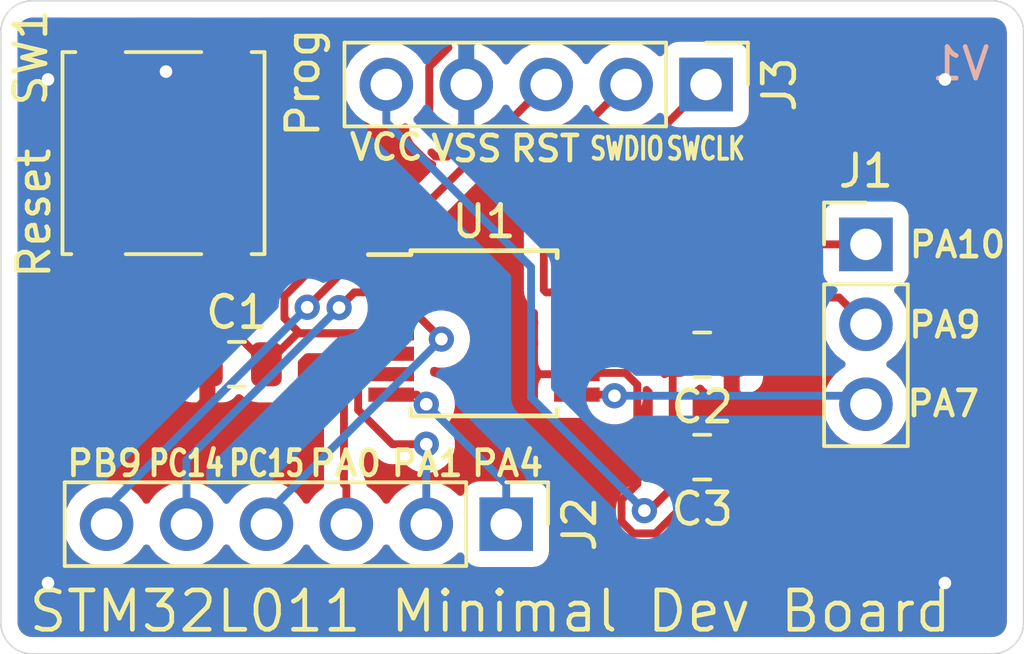
<source format=kicad_pcb>
(kicad_pcb (version 20171130) (host pcbnew 5.1.2)

  (general
    (thickness 1.6)
    (drawings 24)
    (tracks 103)
    (zones 0)
    (modules 9)
    (nets 15)
  )

  (page A4)
  (layers
    (0 F.Cu signal)
    (31 B.Cu signal)
    (32 B.Adhes user)
    (33 F.Adhes user)
    (34 B.Paste user)
    (35 F.Paste user)
    (36 B.SilkS user)
    (37 F.SilkS user)
    (38 B.Mask user)
    (39 F.Mask user)
    (40 Dwgs.User user)
    (41 Cmts.User user)
    (42 Eco1.User user)
    (43 Eco2.User user)
    (44 Edge.Cuts user)
    (45 Margin user)
    (46 B.CrtYd user)
    (47 F.CrtYd user)
    (48 B.Fab user)
    (49 F.Fab user)
  )

  (setup
    (last_trace_width 0.25)
    (trace_clearance 0.2)
    (zone_clearance 0.508)
    (zone_45_only no)
    (trace_min 0.2)
    (via_size 0.8)
    (via_drill 0.4)
    (via_min_size 0.4)
    (via_min_drill 0.3)
    (uvia_size 0.3)
    (uvia_drill 0.1)
    (uvias_allowed no)
    (uvia_min_size 0.2)
    (uvia_min_drill 0.1)
    (edge_width 0.05)
    (segment_width 0.2)
    (pcb_text_width 0.3)
    (pcb_text_size 1.5 1.5)
    (mod_edge_width 0.12)
    (mod_text_size 1 1)
    (mod_text_width 0.15)
    (pad_size 1.524 1.524)
    (pad_drill 0.762)
    (pad_to_mask_clearance 0.051)
    (solder_mask_min_width 0.25)
    (aux_axis_origin 0 0)
    (visible_elements FFFFFF7F)
    (pcbplotparams
      (layerselection 0x010fc_ffffffff)
      (usegerberextensions false)
      (usegerberattributes false)
      (usegerberadvancedattributes false)
      (creategerberjobfile false)
      (excludeedgelayer true)
      (linewidth 0.100000)
      (plotframeref false)
      (viasonmask false)
      (mode 1)
      (useauxorigin false)
      (hpglpennumber 1)
      (hpglpenspeed 20)
      (hpglpendiameter 15.000000)
      (psnegative false)
      (psa4output false)
      (plotreference true)
      (plotvalue true)
      (plotinvisibletext false)
      (padsonsilk false)
      (subtractmaskfromsilk false)
      (outputformat 1)
      (mirror false)
      (drillshape 0)
      (scaleselection 1)
      (outputdirectory "Gerber"))
  )

  (net 0 "")
  (net 1 VSS)
  (net 2 RST)
  (net 3 VCC)
  (net 4 PA10)
  (net 5 PA9)
  (net 6 PA7)
  (net 7 PA4)
  (net 8 PA1)
  (net 9 PA0)
  (net 10 PC15)
  (net 11 PC14)
  (net 12 PB9)
  (net 13 SWCLK)
  (net 14 SWDIO)

  (net_class Default "This is the default net class."
    (clearance 0.2)
    (trace_width 0.25)
    (via_dia 0.8)
    (via_drill 0.4)
    (uvia_dia 0.3)
    (uvia_drill 0.1)
    (add_net PA0)
    (add_net PA1)
    (add_net PA10)
    (add_net PA4)
    (add_net PA7)
    (add_net PA9)
    (add_net PB9)
    (add_net PC14)
    (add_net PC15)
    (add_net RST)
    (add_net SWCLK)
    (add_net SWDIO)
    (add_net VCC)
    (add_net VSS)
  )

  (module NFCBuisness:W (layer F.Cu) (tedit 0) (tstamp 5CD0FE28)
    (at 174.5 88.5)
    (fp_text reference Ref** (at 0 0) (layer F.SilkS) hide
      (effects (font (size 1.27 1.27) (thickness 0.15)))
    )
    (fp_text value Val** (at 0 0) (layer F.SilkS) hide
      (effects (font (size 1.27 1.27) (thickness 0.15)))
    )
    (fp_poly (pts (xy -1.630587 -2.420899) (xy -1.447524 -2.328559) (xy -1.311592 -2.194757) (xy -1.304211 -2.183555)
      (xy -1.265704 -2.11344) (xy -1.244213 -2.038839) (xy -1.23774 -1.938094) (xy -1.244287 -1.789546)
      (xy -1.255088 -1.651) (xy -1.268682 -1.442824) (xy -1.279873 -1.184894) (xy -1.287394 -0.912114)
      (xy -1.289962 -0.690936) (xy -1.289221 -0.458958) (xy -1.284387 -0.294975) (xy -1.273305 -0.182336)
      (xy -1.25382 -0.10439) (xy -1.223775 -0.044488) (xy -1.202268 -0.013603) (xy -1.116398 0.071274)
      (xy -1.002822 0.111004) (xy -0.929984 0.119227) (xy -0.68211 0.100096) (xy -0.454281 0.00289)
      (xy -0.240656 -0.175182) (xy -0.185776 -0.236175) (xy -0.081108 -0.349759) (xy 0.009066 -0.431822)
      (xy 0.066141 -0.465547) (xy 0.068112 -0.465666) (xy 0.123755 -0.432548) (xy 0.197182 -0.348904)
      (xy 0.229505 -0.301607) (xy 0.376869 -0.110873) (xy 0.526913 0.003226) (xy 0.674284 0.03902)
      (xy 0.813631 -0.005163) (xy 0.907971 -0.089777) (xy 0.988653 -0.198585) (xy 1.058934 -0.326542)
      (xy 1.126082 -0.490779) (xy 1.197364 -0.708426) (xy 1.255985 -0.910166) (xy 1.31545 -1.12099)
      (xy 1.377683 -1.340443) (xy 1.431333 -1.528529) (xy 1.442246 -1.566558) (xy 1.521416 -1.84195)
      (xy 1.949565 -2.005418) (xy 2.167567 -2.084028) (xy 2.315998 -2.126297) (xy 2.401001 -2.133773)
      (xy 2.422145 -2.124455) (xy 2.452677 -2.065526) (xy 2.41974 -2.005855) (xy 2.317286 -1.940366)
      (xy 2.13927 -1.863979) (xy 2.089887 -1.8454) (xy 1.930263 -1.78316) (xy 1.799296 -1.726134)
      (xy 1.71927 -1.684217) (xy 1.708527 -1.676067) (xy 1.680315 -1.619963) (xy 1.636526 -1.498254)
      (xy 1.582553 -1.327363) (xy 1.52379 -1.123712) (xy 1.507251 -1.063196) (xy 1.396737 -0.68139)
      (xy 1.290651 -0.376432) (xy 1.184846 -0.140938) (xy 1.075173 0.032475) (xy 0.957485 0.15119)
      (xy 0.827635 0.222591) (xy 0.776069 0.238398) (xy 0.602379 0.241191) (xy 0.418574 0.174646)
      (xy 0.246259 0.047924) (xy 0.192569 -0.009056) (xy 0.041511 -0.185533) (xy -0.128458 -0.008645)
      (xy -0.312966 0.157866) (xy -0.496288 0.260737) (xy -0.709082 0.314778) (xy -0.823587 0.327186)
      (xy -0.981029 0.333485) (xy -1.090094 0.317957) (xy -1.185756 0.27362) (xy -1.227666 0.246552)
      (xy -1.355913 0.118677) (xy -1.447302 -0.068507) (xy -1.502345 -0.318683) (xy -1.521551 -0.635539)
      (xy -1.505431 -1.022758) (xy -1.460818 -1.436924) (xy -1.432055 -1.688127) (xy -1.424811 -1.871541)
      (xy -1.442863 -2.002167) (xy -1.489991 -2.095003) (xy -1.569973 -2.165049) (xy -1.656298 -2.212878)
      (xy -1.801342 -2.257899) (xy -1.939703 -2.239415) (xy -2.087459 -2.15265) (xy -2.203421 -2.05035)
      (xy -2.298884 -1.96489) (xy -2.361491 -1.934189) (xy -2.413708 -1.94891) (xy -2.426473 -1.957639)
      (xy -2.473927 -2.002339) (xy -2.467648 -2.051331) (xy -2.429475 -2.110518) (xy -2.32004 -2.223928)
      (xy -2.167499 -2.330713) (xy -2.002595 -2.413218) (xy -1.856072 -2.453788) (xy -1.829026 -2.455333)
      (xy -1.630587 -2.420899)) (layer F.Cu) (width 0.01))
  )

  (module Capacitor_SMD:C_0805_2012Metric (layer F.Cu) (tedit 5B36C52B) (tstamp 5CD0A2EC)
    (at 154.0025 82.55)
    (descr "Capacitor SMD 0805 (2012 Metric), square (rectangular) end terminal, IPC_7351 nominal, (Body size source: https://docs.google.com/spreadsheets/d/1BsfQQcO9C6DZCsRaXUlFlo91Tg2WpOkGARC1WS5S8t0/edit?usp=sharing), generated with kicad-footprint-generator")
    (tags capacitor)
    (path /5CD05607)
    (attr smd)
    (fp_text reference C1 (at 0 -1.65) (layer F.SilkS)
      (effects (font (size 1 1) (thickness 0.15)))
    )
    (fp_text value 100nF (at 0 1.65) (layer F.Fab)
      (effects (font (size 1 1) (thickness 0.15)))
    )
    (fp_line (start -1 0.6) (end -1 -0.6) (layer F.Fab) (width 0.1))
    (fp_line (start -1 -0.6) (end 1 -0.6) (layer F.Fab) (width 0.1))
    (fp_line (start 1 -0.6) (end 1 0.6) (layer F.Fab) (width 0.1))
    (fp_line (start 1 0.6) (end -1 0.6) (layer F.Fab) (width 0.1))
    (fp_line (start -0.258578 -0.71) (end 0.258578 -0.71) (layer F.SilkS) (width 0.12))
    (fp_line (start -0.258578 0.71) (end 0.258578 0.71) (layer F.SilkS) (width 0.12))
    (fp_line (start -1.68 0.95) (end -1.68 -0.95) (layer F.CrtYd) (width 0.05))
    (fp_line (start -1.68 -0.95) (end 1.68 -0.95) (layer F.CrtYd) (width 0.05))
    (fp_line (start 1.68 -0.95) (end 1.68 0.95) (layer F.CrtYd) (width 0.05))
    (fp_line (start 1.68 0.95) (end -1.68 0.95) (layer F.CrtYd) (width 0.05))
    (fp_text user %R (at 0 0) (layer F.Fab)
      (effects (font (size 0.5 0.5) (thickness 0.08)))
    )
    (pad 1 smd roundrect (at -0.9375 0) (size 0.975 1.4) (layers F.Cu F.Paste F.Mask) (roundrect_rratio 0.25)
      (net 1 VSS))
    (pad 2 smd roundrect (at 0.9375 0) (size 0.975 1.4) (layers F.Cu F.Paste F.Mask) (roundrect_rratio 0.25)
      (net 2 RST))
    (model ${KISYS3DMOD}/Capacitor_SMD.3dshapes/C_0805_2012Metric.wrl
      (at (xyz 0 0 0))
      (scale (xyz 1 1 1))
      (rotate (xyz 0 0 0))
    )
  )

  (module Capacitor_SMD:C_0805_2012Metric (layer F.Cu) (tedit 5B36C52B) (tstamp 5CD0A2FD)
    (at 168.7875 82.25 180)
    (descr "Capacitor SMD 0805 (2012 Metric), square (rectangular) end terminal, IPC_7351 nominal, (Body size source: https://docs.google.com/spreadsheets/d/1BsfQQcO9C6DZCsRaXUlFlo91Tg2WpOkGARC1WS5S8t0/edit?usp=sharing), generated with kicad-footprint-generator")
    (tags capacitor)
    (path /5CCFD873)
    (attr smd)
    (fp_text reference C2 (at 0 -1.65) (layer F.SilkS)
      (effects (font (size 1 1) (thickness 0.15)))
    )
    (fp_text value 100nF (at 0 1.65) (layer F.Fab)
      (effects (font (size 1 1) (thickness 0.15)))
    )
    (fp_text user %R (at 0 0) (layer F.Fab)
      (effects (font (size 0.5 0.5) (thickness 0.08)))
    )
    (fp_line (start 1.68 0.95) (end -1.68 0.95) (layer F.CrtYd) (width 0.05))
    (fp_line (start 1.68 -0.95) (end 1.68 0.95) (layer F.CrtYd) (width 0.05))
    (fp_line (start -1.68 -0.95) (end 1.68 -0.95) (layer F.CrtYd) (width 0.05))
    (fp_line (start -1.68 0.95) (end -1.68 -0.95) (layer F.CrtYd) (width 0.05))
    (fp_line (start -0.258578 0.71) (end 0.258578 0.71) (layer F.SilkS) (width 0.12))
    (fp_line (start -0.258578 -0.71) (end 0.258578 -0.71) (layer F.SilkS) (width 0.12))
    (fp_line (start 1 0.6) (end -1 0.6) (layer F.Fab) (width 0.1))
    (fp_line (start 1 -0.6) (end 1 0.6) (layer F.Fab) (width 0.1))
    (fp_line (start -1 -0.6) (end 1 -0.6) (layer F.Fab) (width 0.1))
    (fp_line (start -1 0.6) (end -1 -0.6) (layer F.Fab) (width 0.1))
    (pad 2 smd roundrect (at 0.9375 0 180) (size 0.975 1.4) (layers F.Cu F.Paste F.Mask) (roundrect_rratio 0.25)
      (net 3 VCC))
    (pad 1 smd roundrect (at -0.9375 0 180) (size 0.975 1.4) (layers F.Cu F.Paste F.Mask) (roundrect_rratio 0.25)
      (net 1 VSS))
    (model ${KISYS3DMOD}/Capacitor_SMD.3dshapes/C_0805_2012Metric.wrl
      (at (xyz 0 0 0))
      (scale (xyz 1 1 1))
      (rotate (xyz 0 0 0))
    )
  )

  (module Capacitor_SMD:C_0805_2012Metric (layer F.Cu) (tedit 5B36C52B) (tstamp 5CD0A30E)
    (at 168.7875 85.5 180)
    (descr "Capacitor SMD 0805 (2012 Metric), square (rectangular) end terminal, IPC_7351 nominal, (Body size source: https://docs.google.com/spreadsheets/d/1BsfQQcO9C6DZCsRaXUlFlo91Tg2WpOkGARC1WS5S8t0/edit?usp=sharing), generated with kicad-footprint-generator")
    (tags capacitor)
    (path /5CCFC595)
    (attr smd)
    (fp_text reference C3 (at 0 -1.65) (layer F.SilkS)
      (effects (font (size 1 1) (thickness 0.15)))
    )
    (fp_text value 10uF (at 0 1.65) (layer F.Fab)
      (effects (font (size 1 1) (thickness 0.15)))
    )
    (fp_line (start -1 0.6) (end -1 -0.6) (layer F.Fab) (width 0.1))
    (fp_line (start -1 -0.6) (end 1 -0.6) (layer F.Fab) (width 0.1))
    (fp_line (start 1 -0.6) (end 1 0.6) (layer F.Fab) (width 0.1))
    (fp_line (start 1 0.6) (end -1 0.6) (layer F.Fab) (width 0.1))
    (fp_line (start -0.258578 -0.71) (end 0.258578 -0.71) (layer F.SilkS) (width 0.12))
    (fp_line (start -0.258578 0.71) (end 0.258578 0.71) (layer F.SilkS) (width 0.12))
    (fp_line (start -1.68 0.95) (end -1.68 -0.95) (layer F.CrtYd) (width 0.05))
    (fp_line (start -1.68 -0.95) (end 1.68 -0.95) (layer F.CrtYd) (width 0.05))
    (fp_line (start 1.68 -0.95) (end 1.68 0.95) (layer F.CrtYd) (width 0.05))
    (fp_line (start 1.68 0.95) (end -1.68 0.95) (layer F.CrtYd) (width 0.05))
    (fp_text user %R (at 0 0) (layer F.Fab)
      (effects (font (size 0.5 0.5) (thickness 0.08)))
    )
    (pad 1 smd roundrect (at -0.9375 0 180) (size 0.975 1.4) (layers F.Cu F.Paste F.Mask) (roundrect_rratio 0.25)
      (net 1 VSS))
    (pad 2 smd roundrect (at 0.9375 0 180) (size 0.975 1.4) (layers F.Cu F.Paste F.Mask) (roundrect_rratio 0.25)
      (net 3 VCC))
    (model ${KISYS3DMOD}/Capacitor_SMD.3dshapes/C_0805_2012Metric.wrl
      (at (xyz 0 0 0))
      (scale (xyz 1 1 1))
      (rotate (xyz 0 0 0))
    )
  )

  (module Connector_PinHeader_2.54mm:PinHeader_1x03_P2.54mm_Vertical (layer F.Cu) (tedit 59FED5CC) (tstamp 5CD0A554)
    (at 173.99 78.74)
    (descr "Through hole straight pin header, 1x03, 2.54mm pitch, single row")
    (tags "Through hole pin header THT 1x03 2.54mm single row")
    (path /5CD0BE14)
    (fp_text reference J1 (at 0 -2.33) (layer F.SilkS)
      (effects (font (size 1 1) (thickness 0.15)))
    )
    (fp_text value Right (at 0 7.41) (layer F.Fab)
      (effects (font (size 1 1) (thickness 0.15)))
    )
    (fp_line (start -0.635 -1.27) (end 1.27 -1.27) (layer F.Fab) (width 0.1))
    (fp_line (start 1.27 -1.27) (end 1.27 6.35) (layer F.Fab) (width 0.1))
    (fp_line (start 1.27 6.35) (end -1.27 6.35) (layer F.Fab) (width 0.1))
    (fp_line (start -1.27 6.35) (end -1.27 -0.635) (layer F.Fab) (width 0.1))
    (fp_line (start -1.27 -0.635) (end -0.635 -1.27) (layer F.Fab) (width 0.1))
    (fp_line (start -1.33 6.41) (end 1.33 6.41) (layer F.SilkS) (width 0.12))
    (fp_line (start -1.33 1.27) (end -1.33 6.41) (layer F.SilkS) (width 0.12))
    (fp_line (start 1.33 1.27) (end 1.33 6.41) (layer F.SilkS) (width 0.12))
    (fp_line (start -1.33 1.27) (end 1.33 1.27) (layer F.SilkS) (width 0.12))
    (fp_line (start -1.33 0) (end -1.33 -1.33) (layer F.SilkS) (width 0.12))
    (fp_line (start -1.33 -1.33) (end 0 -1.33) (layer F.SilkS) (width 0.12))
    (fp_line (start -1.8 -1.8) (end -1.8 6.85) (layer F.CrtYd) (width 0.05))
    (fp_line (start -1.8 6.85) (end 1.8 6.85) (layer F.CrtYd) (width 0.05))
    (fp_line (start 1.8 6.85) (end 1.8 -1.8) (layer F.CrtYd) (width 0.05))
    (fp_line (start 1.8 -1.8) (end -1.8 -1.8) (layer F.CrtYd) (width 0.05))
    (fp_text user %R (at 0 2.54 90) (layer F.Fab)
      (effects (font (size 1 1) (thickness 0.15)))
    )
    (pad 1 thru_hole rect (at 0 0) (size 1.7 1.7) (drill 1) (layers *.Cu *.Mask)
      (net 4 PA10))
    (pad 2 thru_hole oval (at 0 2.54) (size 1.7 1.7) (drill 1) (layers *.Cu *.Mask)
      (net 5 PA9))
    (pad 3 thru_hole oval (at 0 5.08) (size 1.7 1.7) (drill 1) (layers *.Cu *.Mask)
      (net 6 PA7))
    (model ${KISYS3DMOD}/Connector_PinHeader_2.54mm.3dshapes/PinHeader_1x03_P2.54mm_Vertical.wrl
      (at (xyz 0 0 0))
      (scale (xyz 1 1 1))
      (rotate (xyz 0 0 0))
    )
  )

  (module Connector_PinHeader_2.54mm:PinHeader_1x06_P2.54mm_Vertical (layer F.Cu) (tedit 59FED5CC) (tstamp 5CD0A71E)
    (at 162.56 87.63 270)
    (descr "Through hole straight pin header, 1x06, 2.54mm pitch, single row")
    (tags "Through hole pin header THT 1x06 2.54mm single row")
    (path /5CD0E789)
    (fp_text reference J2 (at 0 -2.33 90) (layer F.SilkS)
      (effects (font (size 1 1) (thickness 0.15)))
    )
    (fp_text value Left (at 0 15.03 90) (layer F.Fab)
      (effects (font (size 1 1) (thickness 0.15)))
    )
    (fp_line (start -0.635 -1.27) (end 1.27 -1.27) (layer F.Fab) (width 0.1))
    (fp_line (start 1.27 -1.27) (end 1.27 13.97) (layer F.Fab) (width 0.1))
    (fp_line (start 1.27 13.97) (end -1.27 13.97) (layer F.Fab) (width 0.1))
    (fp_line (start -1.27 13.97) (end -1.27 -0.635) (layer F.Fab) (width 0.1))
    (fp_line (start -1.27 -0.635) (end -0.635 -1.27) (layer F.Fab) (width 0.1))
    (fp_line (start -1.33 14.03) (end 1.33 14.03) (layer F.SilkS) (width 0.12))
    (fp_line (start -1.33 1.27) (end -1.33 14.03) (layer F.SilkS) (width 0.12))
    (fp_line (start 1.33 1.27) (end 1.33 14.03) (layer F.SilkS) (width 0.12))
    (fp_line (start -1.33 1.27) (end 1.33 1.27) (layer F.SilkS) (width 0.12))
    (fp_line (start -1.33 0) (end -1.33 -1.33) (layer F.SilkS) (width 0.12))
    (fp_line (start -1.33 -1.33) (end 0 -1.33) (layer F.SilkS) (width 0.12))
    (fp_line (start -1.8 -1.8) (end -1.8 14.5) (layer F.CrtYd) (width 0.05))
    (fp_line (start -1.8 14.5) (end 1.8 14.5) (layer F.CrtYd) (width 0.05))
    (fp_line (start 1.8 14.5) (end 1.8 -1.8) (layer F.CrtYd) (width 0.05))
    (fp_line (start 1.8 -1.8) (end -1.8 -1.8) (layer F.CrtYd) (width 0.05))
    (fp_text user %R (at 0 6.35) (layer F.Fab)
      (effects (font (size 1 1) (thickness 0.15)))
    )
    (pad 1 thru_hole rect (at 0 0 270) (size 1.7 1.7) (drill 1) (layers *.Cu *.Mask)
      (net 7 PA4))
    (pad 2 thru_hole oval (at 0 2.54 270) (size 1.7 1.7) (drill 1) (layers *.Cu *.Mask)
      (net 8 PA1))
    (pad 3 thru_hole oval (at 0 5.08 270) (size 1.7 1.7) (drill 1) (layers *.Cu *.Mask)
      (net 9 PA0))
    (pad 4 thru_hole oval (at 0 7.62 270) (size 1.7 1.7) (drill 1) (layers *.Cu *.Mask)
      (net 10 PC15))
    (pad 5 thru_hole oval (at 0 10.16 270) (size 1.7 1.7) (drill 1) (layers *.Cu *.Mask)
      (net 11 PC14))
    (pad 6 thru_hole oval (at 0 12.7 270) (size 1.7 1.7) (drill 1) (layers *.Cu *.Mask)
      (net 12 PB9))
    (model ${KISYS3DMOD}/Connector_PinHeader_2.54mm.3dshapes/PinHeader_1x06_P2.54mm_Vertical.wrl
      (at (xyz 0 0 0))
      (scale (xyz 1 1 1))
      (rotate (xyz 0 0 0))
    )
  )

  (module Connector_PinHeader_2.54mm:PinHeader_1x05_P2.54mm_Vertical (layer F.Cu) (tedit 59FED5CC) (tstamp 5CD0A358)
    (at 168.91 73.66 270)
    (descr "Through hole straight pin header, 1x05, 2.54mm pitch, single row")
    (tags "Through hole pin header THT 1x05 2.54mm single row")
    (path /5CD0F7C2)
    (fp_text reference J3 (at 0 -2.33 90) (layer F.SilkS)
      (effects (font (size 1 1) (thickness 0.15)))
    )
    (fp_text value Prog (at -0.06 12.81 90) (layer F.SilkS)
      (effects (font (size 1 1) (thickness 0.15)))
    )
    (fp_line (start -0.635 -1.27) (end 1.27 -1.27) (layer F.Fab) (width 0.1))
    (fp_line (start 1.27 -1.27) (end 1.27 11.43) (layer F.Fab) (width 0.1))
    (fp_line (start 1.27 11.43) (end -1.27 11.43) (layer F.Fab) (width 0.1))
    (fp_line (start -1.27 11.43) (end -1.27 -0.635) (layer F.Fab) (width 0.1))
    (fp_line (start -1.27 -0.635) (end -0.635 -1.27) (layer F.Fab) (width 0.1))
    (fp_line (start -1.33 11.49) (end 1.33 11.49) (layer F.SilkS) (width 0.12))
    (fp_line (start -1.33 1.27) (end -1.33 11.49) (layer F.SilkS) (width 0.12))
    (fp_line (start 1.33 1.27) (end 1.33 11.49) (layer F.SilkS) (width 0.12))
    (fp_line (start -1.33 1.27) (end 1.33 1.27) (layer F.SilkS) (width 0.12))
    (fp_line (start -1.33 0) (end -1.33 -1.33) (layer F.SilkS) (width 0.12))
    (fp_line (start -1.33 -1.33) (end 0 -1.33) (layer F.SilkS) (width 0.12))
    (fp_line (start -1.8 -1.8) (end -1.8 11.95) (layer F.CrtYd) (width 0.05))
    (fp_line (start -1.8 11.95) (end 1.8 11.95) (layer F.CrtYd) (width 0.05))
    (fp_line (start 1.8 11.95) (end 1.8 -1.8) (layer F.CrtYd) (width 0.05))
    (fp_line (start 1.8 -1.8) (end -1.8 -1.8) (layer F.CrtYd) (width 0.05))
    (fp_text user %R (at 0 5.08) (layer F.Fab)
      (effects (font (size 1 1) (thickness 0.15)))
    )
    (pad 1 thru_hole rect (at 0 0 270) (size 1.7 1.7) (drill 1) (layers *.Cu *.Mask)
      (net 13 SWCLK))
    (pad 2 thru_hole oval (at 0 2.54 270) (size 1.7 1.7) (drill 1) (layers *.Cu *.Mask)
      (net 14 SWDIO))
    (pad 3 thru_hole oval (at 0 5.08 270) (size 1.7 1.7) (drill 1) (layers *.Cu *.Mask)
      (net 2 RST))
    (pad 4 thru_hole oval (at 0 7.62 270) (size 1.7 1.7) (drill 1) (layers *.Cu *.Mask)
      (net 1 VSS))
    (pad 5 thru_hole oval (at 0 10.16 270) (size 1.7 1.7) (drill 1) (layers *.Cu *.Mask)
      (net 3 VCC))
    (model ${KISYS3DMOD}/Connector_PinHeader_2.54mm.3dshapes/PinHeader_1x05_P2.54mm_Vertical.wrl
      (at (xyz 0 0 0))
      (scale (xyz 1 1 1))
      (rotate (xyz 0 0 0))
    )
  )

  (module Button_Switch_SMD:SW_Push_1P1T_NO_CK_KSC7xxJ (layer F.Cu) (tedit 5C63FE2A) (tstamp 5CD0A372)
    (at 151.67 75.84 270)
    (descr "CK components KSC7 tactile switch https://www.ckswitches.com/media/1973/ksc7.pdf")
    (tags "tactile switch ksc7")
    (path /5CD1BA15)
    (attr smd)
    (fp_text reference SW1 (at -3.04 4.22 90) (layer F.SilkS)
      (effects (font (size 1 1) (thickness 0.15)))
    )
    (fp_text value Reset (at 1.91 4.12 90) (layer F.SilkS)
      (effects (font (size 1 1) (thickness 0.15)))
    )
    (fp_line (start -3.1 -3.1) (end 3.1 -3.1) (layer F.Fab) (width 0.1))
    (fp_line (start 3.1 -3.1) (end 3.1 3.1) (layer F.Fab) (width 0.1))
    (fp_line (start 3.1 3.1) (end -3.1 3.1) (layer F.Fab) (width 0.1))
    (fp_line (start -3.1 3.1) (end -3.1 -3.1) (layer F.Fab) (width 0.1))
    (fp_text user %R (at 0 0 90) (layer F.Fab)
      (effects (font (size 1 1) (thickness 0.15)))
    )
    (fp_line (start -4.55 -3.35) (end 4.55 -3.35) (layer F.CrtYd) (width 0.05))
    (fp_line (start 4.55 -3.35) (end 4.55 3.35) (layer F.CrtYd) (width 0.05))
    (fp_line (start 4.55 3.35) (end -4.55 3.35) (layer F.CrtYd) (width 0.05))
    (fp_line (start -4.55 3.35) (end -4.55 -3.35) (layer F.CrtYd) (width 0.05))
    (fp_circle (center 0 0) (end 1.5 0) (layer F.Fab) (width 0.1))
    (fp_line (start -3.21 2.8) (end -3.21 3.21) (layer F.SilkS) (width 0.12))
    (fp_line (start -3.21 3.21) (end 3.21 3.21) (layer F.SilkS) (width 0.12))
    (fp_line (start 3.21 3.21) (end 3.21 2.93) (layer F.SilkS) (width 0.12))
    (fp_line (start 3.21 1.2) (end 3.21 -1.2) (layer F.SilkS) (width 0.12))
    (fp_line (start 3.21 -2.8) (end 3.21 -3.21) (layer F.SilkS) (width 0.12))
    (fp_line (start 3.21 -3.21) (end -3.21 -3.21) (layer F.SilkS) (width 0.12))
    (fp_line (start -3.21 -3.21) (end -3.21 -2.8) (layer F.SilkS) (width 0.12))
    (fp_line (start -3.21 -1.2) (end -3.21 1.2) (layer F.SilkS) (width 0.12))
    (pad 1 smd rect (at -2.9 -2 270) (size 2.8 1) (layers F.Cu F.Paste F.Mask)
      (net 1 VSS))
    (pad 1 smd rect (at 2.9 -2 270) (size 2.8 1) (layers F.Cu F.Paste F.Mask)
      (net 1 VSS))
    (pad 2 smd rect (at -2.9 2 270) (size 2.8 1) (layers F.Cu F.Paste F.Mask)
      (net 2 RST))
    (pad 2 smd rect (at 2.9 2 270) (size 2.8 1) (layers F.Cu F.Paste F.Mask)
      (net 2 RST))
    (model ${KISYS3DMOD}/Button_Switch_SMD.3dshapes/SW_push_1P1T_NO_CK_KSC7xxJxxx.wrl
      (at (xyz 0 0 0))
      (scale (xyz 1 1 1))
      (rotate (xyz 0 0 0))
    )
  )

  (module Package_SO:TSSOP-14_4.4x5mm_P0.65mm (layer F.Cu) (tedit 5A02F25C) (tstamp 5CD0A395)
    (at 161.855001 81.565001)
    (descr "14-Lead Plastic Thin Shrink Small Outline (ST)-4.4 mm Body [TSSOP] (see Microchip Packaging Specification 00000049BS.pdf)")
    (tags "SSOP 0.65")
    (path /5CCFB654)
    (attr smd)
    (fp_text reference U1 (at 0 -3.55) (layer F.SilkS)
      (effects (font (size 1 1) (thickness 0.15)))
    )
    (fp_text value STM32L011D4Px (at 0 3.55) (layer F.Fab)
      (effects (font (size 1 1) (thickness 0.15)))
    )
    (fp_line (start -1.2 -2.5) (end 2.2 -2.5) (layer F.Fab) (width 0.15))
    (fp_line (start 2.2 -2.5) (end 2.2 2.5) (layer F.Fab) (width 0.15))
    (fp_line (start 2.2 2.5) (end -2.2 2.5) (layer F.Fab) (width 0.15))
    (fp_line (start -2.2 2.5) (end -2.2 -1.5) (layer F.Fab) (width 0.15))
    (fp_line (start -2.2 -1.5) (end -1.2 -2.5) (layer F.Fab) (width 0.15))
    (fp_line (start -3.95 -2.8) (end -3.95 2.8) (layer F.CrtYd) (width 0.05))
    (fp_line (start 3.95 -2.8) (end 3.95 2.8) (layer F.CrtYd) (width 0.05))
    (fp_line (start -3.95 -2.8) (end 3.95 -2.8) (layer F.CrtYd) (width 0.05))
    (fp_line (start -3.95 2.8) (end 3.95 2.8) (layer F.CrtYd) (width 0.05))
    (fp_line (start -2.325 -2.625) (end -2.325 -2.5) (layer F.SilkS) (width 0.15))
    (fp_line (start 2.325 -2.625) (end 2.325 -2.4) (layer F.SilkS) (width 0.15))
    (fp_line (start 2.325 2.625) (end 2.325 2.4) (layer F.SilkS) (width 0.15))
    (fp_line (start -2.325 2.625) (end -2.325 2.4) (layer F.SilkS) (width 0.15))
    (fp_line (start -2.325 -2.625) (end 2.325 -2.625) (layer F.SilkS) (width 0.15))
    (fp_line (start -2.325 2.625) (end 2.325 2.625) (layer F.SilkS) (width 0.15))
    (fp_line (start -2.325 -2.5) (end -3.675 -2.5) (layer F.SilkS) (width 0.15))
    (fp_text user %R (at 0 0) (layer F.Fab)
      (effects (font (size 0.8 0.8) (thickness 0.15)))
    )
    (pad 1 smd rect (at -2.95 -1.95) (size 1.45 0.45) (layers F.Cu F.Paste F.Mask)
      (net 12 PB9))
    (pad 2 smd rect (at -2.95 -1.3) (size 1.45 0.45) (layers F.Cu F.Paste F.Mask)
      (net 11 PC14))
    (pad 3 smd rect (at -2.95 -0.65) (size 1.45 0.45) (layers F.Cu F.Paste F.Mask)
      (net 10 PC15))
    (pad 4 smd rect (at -2.95 0) (size 1.45 0.45) (layers F.Cu F.Paste F.Mask)
      (net 2 RST))
    (pad 5 smd rect (at -2.95 0.65) (size 1.45 0.45) (layers F.Cu F.Paste F.Mask)
      (net 9 PA0))
    (pad 6 smd rect (at -2.95 1.3) (size 1.45 0.45) (layers F.Cu F.Paste F.Mask)
      (net 8 PA1))
    (pad 7 smd rect (at -2.95 1.95) (size 1.45 0.45) (layers F.Cu F.Paste F.Mask)
      (net 7 PA4))
    (pad 8 smd rect (at 2.95 1.95) (size 1.45 0.45) (layers F.Cu F.Paste F.Mask)
      (net 6 PA7))
    (pad 9 smd rect (at 2.95 1.3) (size 1.45 0.45) (layers F.Cu F.Paste F.Mask)
      (net 1 VSS))
    (pad 10 smd rect (at 2.95 0.65) (size 1.45 0.45) (layers F.Cu F.Paste F.Mask)
      (net 3 VCC))
    (pad 11 smd rect (at 2.95 0) (size 1.45 0.45) (layers F.Cu F.Paste F.Mask)
      (net 5 PA9))
    (pad 12 smd rect (at 2.95 -0.65) (size 1.45 0.45) (layers F.Cu F.Paste F.Mask)
      (net 4 PA10))
    (pad 13 smd rect (at 2.95 -1.3) (size 1.45 0.45) (layers F.Cu F.Paste F.Mask)
      (net 14 SWDIO))
    (pad 14 smd rect (at 2.95 -1.95) (size 1.45 0.45) (layers F.Cu F.Paste F.Mask)
      (net 13 SWCLK))
    (model ${KISYS3DMOD}/Package_SO.3dshapes/TSSOP-14_4.4x5mm_P0.65mm.wrl
      (at (xyz 0 0 0))
      (scale (xyz 1 1 1))
      (rotate (xyz 0 0 0))
    )
  )

  (gr_text V1 (at 177 73) (layer B.SilkS)
    (effects (font (size 1 1) (thickness 0.15)) (justify mirror))
  )
  (gr_line (start 146.5 72) (end 146.5 90.75) (layer Edge.Cuts) (width 0.05) (tstamp 5CD0AD03))
  (gr_arc (start 147.5 90.75) (end 146.5 90.75) (angle -90) (layer Edge.Cuts) (width 0.05))
  (gr_arc (start 147.5 72) (end 147.5 71) (angle -90) (layer Edge.Cuts) (width 0.05))
  (gr_arc (start 178 72) (end 179 72) (angle -90) (layer Edge.Cuts) (width 0.05))
  (gr_arc (start 178 90.75) (end 178 91.75) (angle -90) (layer Edge.Cuts) (width 0.05))
  (gr_line (start 147.5 91.75) (end 178 91.75) (layer Edge.Cuts) (width 0.05) (tstamp 5CD0ACF0))
  (gr_line (start 178 71) (end 147.5 71) (layer Edge.Cuts) (width 0.05))
  (gr_line (start 179 90.75) (end 179 72) (layer Edge.Cuts) (width 0.05))
  (gr_text PA7 (at 176.45 83.8) (layer F.SilkS)
    (effects (font (size 0.8 0.8) (thickness 0.15)))
  )
  (gr_text PA9 (at 176.5 81.3) (layer F.SilkS)
    (effects (font (size 0.8 0.8) (thickness 0.15)))
  )
  (gr_text PA10 (at 176.9 78.75) (layer F.SilkS)
    (effects (font (size 0.8 0.8) (thickness 0.15)))
  )
  (gr_text PA4 (at 162.6 85.7) (layer F.SilkS)
    (effects (font (size 0.8 0.8) (thickness 0.15)))
  )
  (gr_text PA1 (at 160.05 85.7) (layer F.SilkS)
    (effects (font (size 0.8 0.8) (thickness 0.15)))
  )
  (gr_text PA0 (at 157.45 85.7) (layer F.SilkS)
    (effects (font (size 0.8 0.8) (thickness 0.15)))
  )
  (gr_text PC15 (at 154.95 85.7) (layer F.SilkS)
    (effects (font (size 0.8 0.6) (thickness 0.15)))
  )
  (gr_text PC14 (at 152.4 85.7) (layer F.SilkS)
    (effects (font (size 0.8 0.6) (thickness 0.15)))
  )
  (gr_text PB9 (at 149.8 85.7) (layer F.SilkS)
    (effects (font (size 0.8 0.8) (thickness 0.15)))
  )
  (gr_text SWCLK (at 168.9 75.7) (layer F.SilkS)
    (effects (font (size 0.7 0.5) (thickness 0.125)))
  )
  (gr_text SWDIO (at 166.4 75.7) (layer F.SilkS)
    (effects (font (size 0.7 0.5) (thickness 0.125)))
  )
  (gr_text RST (at 163.8 75.7) (layer F.SilkS)
    (effects (font (size 0.8 0.8) (thickness 0.15)))
  )
  (gr_text VSS (at 161.3 75.7) (layer F.SilkS)
    (effects (font (size 0.8 0.8) (thickness 0.15)))
  )
  (gr_text VCC (at 158.75 75.65) (layer F.SilkS)
    (effects (font (size 0.8 0.8) (thickness 0.15)))
  )
  (gr_text "STM32L011 Minimal Dev Board\n" (at 162.05 90.4) (layer F.SilkS)
    (effects (font (size 1.25 1.25) (thickness 0.15)))
  )

  (segment (start 160.114999 73.095999) (end 160.725999 72.484999) (width 0.25) (layer F.Cu) (net 0))
  (segment (start 160.5 75.5) (end 160.114999 75.114999) (width 0.25) (layer F.Cu) (net 0))
  (segment (start 160.114999 75.114999) (end 160.114999 73.095999) (width 0.25) (layer F.Cu) (net 0))
  (via (at 176.5 73.5) (size 0.8) (drill 0.4) (layers F.Cu B.Cu) (net 1))
  (via (at 176.5 89.5) (size 0.8) (drill 0.4) (layers F.Cu B.Cu) (net 1))
  (via (at 148 89.5) (size 0.8) (drill 0.4) (layers F.Cu B.Cu) (net 1))
  (via (at 148 73.5) (size 0.8) (drill 0.4) (layers F.Cu B.Cu) (net 1))
  (via (at 151.75 73.25) (size 0.8) (drill 0.4) (layers F.Cu B.Cu) (net 1))
  (segment (start 160.686401 75.950009) (end 160.313599 75.950009) (width 0.25) (layer F.Cu) (net 1))
  (segment (start 160.950009 75.686401) (end 160.686401 75.950009) (width 0.25) (layer F.Cu) (net 1))
  (segment (start 160.950009 75.202072) (end 160.950009 75.686401) (width 0.25) (layer F.Cu) (net 1))
  (segment (start 161.29 73.66) (end 161.29 74.862081) (width 0.25) (layer F.Cu) (net 1))
  (segment (start 161.29 74.862081) (end 160.950009 75.202072) (width 0.25) (layer F.Cu) (net 1))
  (segment (start 160.313599 75.950009) (end 160.181795 75.818205) (width 0.25) (layer F.Cu) (net 1))
  (segment (start 164.805001 82.865001) (end 163.115001 82.865001) (width 0.25) (layer F.Cu) (net 1))
  (segment (start 167.299999 87.925001) (end 169.168763 86.056237) (width 0.25) (layer F.Cu) (net 1))
  (segment (start 169.168763 86.056237) (end 169.725 85.5) (width 0.25) (layer F.Cu) (net 1))
  (segment (start 166.601999 87.925001) (end 167.299999 87.925001) (width 0.25) (layer F.Cu) (net 1))
  (segment (start 166.224999 87.548001) (end 166.601999 87.925001) (width 0.25) (layer F.Cu) (net 1))
  (segment (start 166.224999 86.851999) (end 166.224999 87.548001) (width 0.25) (layer F.Cu) (net 1))
  (segment (start 166.348001 82.824999) (end 166.725001 83.201999) (width 0.25) (layer F.Cu) (net 1))
  (segment (start 165.405003 82.824999) (end 166.348001 82.824999) (width 0.25) (layer F.Cu) (net 1))
  (segment (start 165.365001 82.865001) (end 165.405003 82.824999) (width 0.25) (layer F.Cu) (net 1))
  (segment (start 166.725001 86.351997) (end 166.224999 86.851999) (width 0.25) (layer F.Cu) (net 1))
  (segment (start 166.725001 83.201999) (end 166.725001 86.351997) (width 0.25) (layer F.Cu) (net 1))
  (segment (start 164.805001 82.865001) (end 165.365001 82.865001) (width 0.25) (layer F.Cu) (net 1))
  (segment (start 167.589999 82.865001) (end 167.905 82.55) (width 0.25) (layer F.Cu) (net 3))
  (segment (start 155.924999 81.565001) (end 154.94 82.55) (width 0.25) (layer F.Cu) (net 2))
  (segment (start 158.905001 81.565001) (end 155.924999 81.565001) (width 0.25) (layer F.Cu) (net 2))
  (segment (start 151.13 78.74) (end 149.67 78.74) (width 0.25) (layer F.Cu) (net 2))
  (segment (start 154.94 82.55) (end 151.13 78.74) (width 0.25) (layer F.Cu) (net 2))
  (segment (start 155.512346 80.389346) (end 158.151692 77.75) (width 0.25) (layer F.Cu) (net 2))
  (segment (start 155.512346 81.085348) (end 155.512346 80.389346) (width 0.25) (layer F.Cu) (net 2))
  (segment (start 158.905001 81.565001) (end 155.991999 81.565001) (width 0.25) (layer F.Cu) (net 2))
  (segment (start 155.991999 81.565001) (end 155.512346 81.085348) (width 0.25) (layer F.Cu) (net 2))
  (segment (start 159.74 77.75) (end 163.83 73.66) (width 0.25) (layer F.Cu) (net 2))
  (segment (start 158.151692 77.75) (end 159.74 77.75) (width 0.25) (layer F.Cu) (net 2))
  (segment (start 149.67 78.74) (end 149.67 72.94) (width 0.25) (layer F.Cu) (net 2))
  (segment (start 167.85 85.5) (end 167.85 82.25) (width 0.25) (layer F.Cu) (net 3))
  (segment (start 167.815001 82.215001) (end 167.85 82.25) (width 0.25) (layer F.Cu) (net 3))
  (segment (start 164.805001 82.215001) (end 167.815001 82.215001) (width 0.25) (layer F.Cu) (net 3))
  (segment (start 158.75 74.862081) (end 163.35 79.462081) (width 0.25) (layer B.Cu) (net 3))
  (segment (start 158.75 73.66) (end 158.75 74.862081) (width 0.25) (layer B.Cu) (net 3))
  (segment (start 163.35 79.462081) (end 163.35 83.6) (width 0.25) (layer B.Cu) (net 3))
  (via (at 166.95 87.2) (size 0.8) (drill 0.4) (layers F.Cu B.Cu) (net 3))
  (segment (start 163.35 83.6) (end 166.95 87.2) (width 0.25) (layer B.Cu) (net 3))
  (segment (start 167.85 86.45) (end 167.85 85.5) (width 0.25) (layer F.Cu) (net 3))
  (segment (start 166.95 87.2) (end 167.1 87.2) (width 0.25) (layer F.Cu) (net 3))
  (segment (start 167.1 87.2) (end 167.85 86.45) (width 0.25) (layer F.Cu) (net 3))
  (segment (start 167.044239 80.915001) (end 167.979249 79.979991) (width 0.25) (layer F.Cu) (net 4))
  (segment (start 164.805001 80.915001) (end 167.044239 80.915001) (width 0.25) (layer F.Cu) (net 4))
  (segment (start 171.76 78.74) (end 173.99 78.74) (width 0.25) (layer F.Cu) (net 4))
  (segment (start 170.520009 79.979991) (end 171.76 78.74) (width 0.25) (layer F.Cu) (net 4))
  (segment (start 167.979249 79.979991) (end 170.520009 79.979991) (width 0.25) (layer F.Cu) (net 4))
  (segment (start 173.140001 80.430001) (end 173.99 81.28) (width 0.25) (layer F.Cu) (net 5))
  (segment (start 168.165649 80.430001) (end 173.140001 80.430001) (width 0.25) (layer F.Cu) (net 5))
  (segment (start 164.805001 81.565001) (end 167.030649 81.565001) (width 0.25) (layer F.Cu) (net 5))
  (segment (start 167.030649 81.565001) (end 168.165649 80.430001) (width 0.25) (layer F.Cu) (net 5))
  (via (at 166 83.55) (size 0.8) (drill 0.4) (layers F.Cu B.Cu) (net 6))
  (segment (start 164.805001 83.515001) (end 165.965001 83.515001) (width 0.25) (layer F.Cu) (net 6))
  (segment (start 165.965001 83.515001) (end 166 83.55) (width 0.25) (layer F.Cu) (net 6))
  (segment (start 173.72 83.55) (end 173.99 83.82) (width 0.25) (layer B.Cu) (net 6))
  (segment (start 166 83.55) (end 173.72 83.55) (width 0.25) (layer B.Cu) (net 6))
  (via (at 160.02 83.82) (size 0.8) (drill 0.4) (layers F.Cu B.Cu) (net 7))
  (segment (start 158.905001 83.515001) (end 159.715001 83.515001) (width 0.25) (layer F.Cu) (net 7))
  (segment (start 159.715001 83.515001) (end 160.02 83.82) (width 0.25) (layer F.Cu) (net 7))
  (segment (start 162.56 86.36) (end 162.56 87.63) (width 0.25) (layer B.Cu) (net 7))
  (segment (start 160.02 83.82) (end 162.56 86.36) (width 0.25) (layer B.Cu) (net 7))
  (via (at 160.02 85.09) (size 0.8) (drill 0.4) (layers F.Cu B.Cu) (net 8))
  (segment (start 158.944998 85.09) (end 160.02 85.09) (width 0.25) (layer F.Cu) (net 8))
  (segment (start 157.855 84.000002) (end 158.944998 85.09) (width 0.25) (layer F.Cu) (net 8))
  (segment (start 157.855 82.940002) (end 157.855 84.000002) (width 0.25) (layer F.Cu) (net 8))
  (segment (start 158.905001 82.865001) (end 157.930001 82.865001) (width 0.25) (layer F.Cu) (net 8))
  (segment (start 157.930001 82.865001) (end 157.855 82.940002) (width 0.25) (layer F.Cu) (net 8))
  (segment (start 160.02 85.09) (end 160.02 85.77) (width 0.25) (layer B.Cu) (net 8))
  (segment (start 160.02 85.77) (end 160.02 87.63) (width 0.25) (layer B.Cu) (net 8))
  (segment (start 157.48 86.427919) (end 157.48 87.63) (width 0.25) (layer F.Cu) (net 9))
  (segment (start 157.40499 86.352909) (end 157.48 86.427919) (width 0.25) (layer F.Cu) (net 9))
  (segment (start 157.40499 82.740012) (end 157.40499 86.352909) (width 0.25) (layer F.Cu) (net 9))
  (segment (start 157.930001 82.215001) (end 157.40499 82.740012) (width 0.25) (layer F.Cu) (net 9))
  (segment (start 158.905001 82.215001) (end 157.930001 82.215001) (width 0.25) (layer F.Cu) (net 9))
  (via (at 160.5 81.75) (size 0.8) (drill 0.4) (layers F.Cu B.Cu) (net 10))
  (segment (start 158.905001 80.915001) (end 159.665001 80.915001) (width 0.25) (layer F.Cu) (net 10))
  (segment (start 159.665001 80.915001) (end 160.5 81.75) (width 0.25) (layer F.Cu) (net 10))
  (segment (start 154.94 87.31) (end 154.94 87.63) (width 0.25) (layer B.Cu) (net 10))
  (segment (start 160.5 81.75) (end 154.94 87.31) (width 0.25) (layer B.Cu) (net 10))
  (via (at 157.25 80.75) (size 0.8) (drill 0.4) (layers F.Cu B.Cu) (net 11))
  (segment (start 158.905001 80.265001) (end 157.734999 80.265001) (width 0.25) (layer F.Cu) (net 11))
  (segment (start 157.734999 80.265001) (end 157.25 80.75) (width 0.25) (layer F.Cu) (net 11))
  (segment (start 152.4 85.6) (end 152.4 87.63) (width 0.25) (layer B.Cu) (net 11))
  (segment (start 157.25 80.75) (end 152.4 85.6) (width 0.25) (layer B.Cu) (net 11))
  (via (at 156.237347 80.737347) (size 0.8) (drill 0.4) (layers F.Cu B.Cu) (net 12))
  (segment (start 158.905001 79.615001) (end 157.359693 79.615001) (width 0.25) (layer F.Cu) (net 12))
  (segment (start 157.359693 79.615001) (end 156.237347 80.737347) (width 0.25) (layer F.Cu) (net 12))
  (segment (start 149.86 87.114694) (end 149.86 87.63) (width 0.25) (layer B.Cu) (net 12))
  (segment (start 156.237347 80.737347) (end 149.86 87.114694) (width 0.25) (layer B.Cu) (net 12))
  (segment (start 164.805001 77.764999) (end 168.91 73.66) (width 0.25) (layer F.Cu) (net 13))
  (segment (start 164.805001 79.615001) (end 164.805001 77.764999) (width 0.25) (layer F.Cu) (net 13))
  (segment (start 163.755 76.275) (end 165.520001 74.509999) (width 0.25) (layer F.Cu) (net 14))
  (segment (start 165.520001 74.509999) (end 166.37 73.66) (width 0.25) (layer F.Cu) (net 14))
  (segment (start 163.755 80.19) (end 163.755 76.275) (width 0.25) (layer F.Cu) (net 14))
  (segment (start 163.830001 80.265001) (end 163.755 80.19) (width 0.25) (layer F.Cu) (net 14))
  (segment (start 164.805001 80.265001) (end 163.830001 80.265001) (width 0.25) (layer F.Cu) (net 14))

  (zone (net 1) (net_name VSS) (layer F.Cu) (tstamp 0) (hatch edge 0.508)
    (connect_pads (clearance 0.508))
    (min_thickness 0.254)
    (fill yes (arc_segments 32) (thermal_gap 0.508) (thermal_bridge_width 0.508))
    (polygon
      (pts
        (xy 178.5 71.5) (xy 147 71.5) (xy 147 91.25) (xy 178.5 91.25)
      )
    )
    (filled_polygon
      (pts
        (xy 148.531928 74.34) (xy 148.544188 74.464482) (xy 148.580498 74.58418) (xy 148.639463 74.694494) (xy 148.718815 74.791185)
        (xy 148.815506 74.870537) (xy 148.910001 74.921046) (xy 148.91 76.758954) (xy 148.815506 76.809463) (xy 148.718815 76.888815)
        (xy 148.639463 76.985506) (xy 148.580498 77.09582) (xy 148.544188 77.215518) (xy 148.531928 77.34) (xy 148.531928 80.14)
        (xy 148.544188 80.264482) (xy 148.580498 80.38418) (xy 148.639463 80.494494) (xy 148.718815 80.591185) (xy 148.815506 80.670537)
        (xy 148.92582 80.729502) (xy 149.045518 80.765812) (xy 149.17 80.778072) (xy 150.17 80.778072) (xy 150.294482 80.765812)
        (xy 150.41418 80.729502) (xy 150.524494 80.670537) (xy 150.621185 80.591185) (xy 150.700537 80.494494) (xy 150.759502 80.38418)
        (xy 150.795812 80.264482) (xy 150.808072 80.14) (xy 150.808072 79.5) (xy 150.815199 79.5) (xy 152.531643 81.216444)
        (xy 152.453018 81.224188) (xy 152.33332 81.260498) (xy 152.223006 81.319463) (xy 152.126315 81.398815) (xy 152.046963 81.495506)
        (xy 151.987998 81.60582) (xy 151.951688 81.725518) (xy 151.939428 81.85) (xy 151.9425 82.26425) (xy 152.10125 82.423)
        (xy 152.938 82.423) (xy 152.938 82.403) (xy 153.192 82.403) (xy 153.192 82.423) (xy 153.212 82.423)
        (xy 153.212 82.677) (xy 153.192 82.677) (xy 153.192 83.72625) (xy 153.35075 83.885) (xy 153.5525 83.888072)
        (xy 153.676982 83.875812) (xy 153.79668 83.839502) (xy 153.906994 83.780537) (xy 154.003685 83.701185) (xy 154.067492 83.623436)
        (xy 154.072708 83.629792) (xy 154.206336 83.739458) (xy 154.358791 83.820947) (xy 154.524215 83.871128) (xy 154.69625 83.888072)
        (xy 155.18375 83.888072) (xy 155.355785 83.871128) (xy 155.521209 83.820947) (xy 155.673664 83.739458) (xy 155.807292 83.629792)
        (xy 155.916958 83.496164) (xy 155.998447 83.343709) (xy 156.048628 83.178285) (xy 156.065572 83.00625) (xy 156.065572 82.49923)
        (xy 156.239801 82.325001) (xy 156.765064 82.325001) (xy 156.725518 82.398985) (xy 156.699444 82.447766) (xy 156.655987 82.591027)
        (xy 156.64499 82.70268) (xy 156.64499 82.70269) (xy 156.641314 82.740012) (xy 156.64499 82.777335) (xy 156.644991 86.315577)
        (xy 156.641314 86.352909) (xy 156.644991 86.390242) (xy 156.645353 86.393917) (xy 156.424866 86.574866) (xy 156.239294 86.800986)
        (xy 156.21 86.855791) (xy 156.180706 86.800986) (xy 155.995134 86.574866) (xy 155.769014 86.389294) (xy 155.511034 86.251401)
        (xy 155.231111 86.166487) (xy 155.01295 86.145) (xy 154.86705 86.145) (xy 154.648889 86.166487) (xy 154.368966 86.251401)
        (xy 154.110986 86.389294) (xy 153.884866 86.574866) (xy 153.699294 86.800986) (xy 153.67 86.855791) (xy 153.640706 86.800986)
        (xy 153.455134 86.574866) (xy 153.229014 86.389294) (xy 152.971034 86.251401) (xy 152.691111 86.166487) (xy 152.47295 86.145)
        (xy 152.32705 86.145) (xy 152.108889 86.166487) (xy 151.828966 86.251401) (xy 151.570986 86.389294) (xy 151.344866 86.574866)
        (xy 151.159294 86.800986) (xy 151.13 86.855791) (xy 151.100706 86.800986) (xy 150.915134 86.574866) (xy 150.689014 86.389294)
        (xy 150.431034 86.251401) (xy 150.151111 86.166487) (xy 149.93295 86.145) (xy 149.78705 86.145) (xy 149.568889 86.166487)
        (xy 149.288966 86.251401) (xy 149.030986 86.389294) (xy 148.804866 86.574866) (xy 148.619294 86.800986) (xy 148.481401 87.058966)
        (xy 148.396487 87.338889) (xy 148.367815 87.63) (xy 148.396487 87.921111) (xy 148.481401 88.201034) (xy 148.619294 88.459014)
        (xy 148.804866 88.685134) (xy 149.030986 88.870706) (xy 149.288966 89.008599) (xy 149.568889 89.093513) (xy 149.78705 89.115)
        (xy 149.93295 89.115) (xy 150.151111 89.093513) (xy 150.431034 89.008599) (xy 150.689014 88.870706) (xy 150.915134 88.685134)
        (xy 151.100706 88.459014) (xy 151.13 88.404209) (xy 151.159294 88.459014) (xy 151.344866 88.685134) (xy 151.570986 88.870706)
        (xy 151.828966 89.008599) (xy 152.108889 89.093513) (xy 152.32705 89.115) (xy 152.47295 89.115) (xy 152.691111 89.093513)
        (xy 152.971034 89.008599) (xy 153.229014 88.870706) (xy 153.455134 88.685134) (xy 153.640706 88.459014) (xy 153.67 88.404209)
        (xy 153.699294 88.459014) (xy 153.884866 88.685134) (xy 154.110986 88.870706) (xy 154.368966 89.008599) (xy 154.648889 89.093513)
        (xy 154.86705 89.115) (xy 155.01295 89.115) (xy 155.231111 89.093513) (xy 155.511034 89.008599) (xy 155.769014 88.870706)
        (xy 155.995134 88.685134) (xy 156.180706 88.459014) (xy 156.21 88.404209) (xy 156.239294 88.459014) (xy 156.424866 88.685134)
        (xy 156.650986 88.870706) (xy 156.908966 89.008599) (xy 157.188889 89.093513) (xy 157.40705 89.115) (xy 157.55295 89.115)
        (xy 157.771111 89.093513) (xy 158.051034 89.008599) (xy 158.309014 88.870706) (xy 158.535134 88.685134) (xy 158.720706 88.459014)
        (xy 158.75 88.404209) (xy 158.779294 88.459014) (xy 158.964866 88.685134) (xy 159.190986 88.870706) (xy 159.448966 89.008599)
        (xy 159.728889 89.093513) (xy 159.94705 89.115) (xy 160.09295 89.115) (xy 160.311111 89.093513) (xy 160.591034 89.008599)
        (xy 160.849014 88.870706) (xy 161.075134 88.685134) (xy 161.099607 88.655313) (xy 161.120498 88.72418) (xy 161.179463 88.834494)
        (xy 161.258815 88.931185) (xy 161.355506 89.010537) (xy 161.46582 89.069502) (xy 161.585518 89.105812) (xy 161.71 89.118072)
        (xy 163.41 89.118072) (xy 163.534482 89.105812) (xy 163.65418 89.069502) (xy 163.764494 89.010537) (xy 163.861185 88.931185)
        (xy 163.940537 88.834494) (xy 163.999502 88.72418) (xy 164.035812 88.604482) (xy 164.048072 88.48) (xy 164.048072 86.78)
        (xy 164.035812 86.655518) (xy 163.999502 86.53582) (xy 163.940537 86.425506) (xy 163.861185 86.328815) (xy 163.764494 86.249463)
        (xy 163.65418 86.190498) (xy 163.534482 86.154188) (xy 163.41 86.141928) (xy 161.71 86.141928) (xy 161.585518 86.154188)
        (xy 161.46582 86.190498) (xy 161.355506 86.249463) (xy 161.258815 86.328815) (xy 161.179463 86.425506) (xy 161.120498 86.53582)
        (xy 161.099607 86.604687) (xy 161.075134 86.574866) (xy 160.849014 86.389294) (xy 160.591034 86.251401) (xy 160.311111 86.166487)
        (xy 160.09295 86.145) (xy 159.94705 86.145) (xy 159.728889 86.166487) (xy 159.448966 86.251401) (xy 159.190986 86.389294)
        (xy 158.964866 86.574866) (xy 158.779294 86.800986) (xy 158.75 86.855791) (xy 158.720706 86.800986) (xy 158.535134 86.574866)
        (xy 158.309014 86.389294) (xy 158.236031 86.350284) (xy 158.229003 86.278933) (xy 158.185546 86.135672) (xy 158.16499 86.097215)
        (xy 158.16499 85.384794) (xy 158.381199 85.601003) (xy 158.404997 85.630001) (xy 158.433995 85.653799) (xy 158.520721 85.724974)
        (xy 158.631618 85.78425) (xy 158.652751 85.795546) (xy 158.796012 85.839003) (xy 158.907665 85.85) (xy 158.907675 85.85)
        (xy 158.944998 85.853676) (xy 158.982321 85.85) (xy 159.316289 85.85) (xy 159.360226 85.893937) (xy 159.529744 86.007205)
        (xy 159.718102 86.085226) (xy 159.918061 86.125) (xy 160.121939 86.125) (xy 160.321898 86.085226) (xy 160.510256 86.007205)
        (xy 160.679774 85.893937) (xy 160.823937 85.749774) (xy 160.937205 85.580256) (xy 161.015226 85.391898) (xy 161.055 85.191939)
        (xy 161.055 84.988061) (xy 161.015226 84.788102) (xy 160.937205 84.599744) (xy 160.84049 84.455) (xy 160.937205 84.310256)
        (xy 161.015226 84.121898) (xy 161.055 83.921939) (xy 161.055 83.718061) (xy 161.015226 83.518102) (xy 160.937205 83.329744)
        (xy 160.823937 83.160226) (xy 160.679774 83.016063) (xy 160.510256 82.902795) (xy 160.321898 82.824774) (xy 160.268073 82.814068)
        (xy 160.268073 82.759144) (xy 160.398061 82.785) (xy 160.601939 82.785) (xy 160.801898 82.745226) (xy 160.990256 82.667205)
        (xy 161.159774 82.553937) (xy 161.303937 82.409774) (xy 161.417205 82.240256) (xy 161.495226 82.051898) (xy 161.535 81.851939)
        (xy 161.535 81.648061) (xy 161.495226 81.448102) (xy 161.417205 81.259744) (xy 161.303937 81.090226) (xy 161.159774 80.946063)
        (xy 160.990256 80.832795) (xy 160.801898 80.754774) (xy 160.601939 80.715) (xy 160.539801 80.715) (xy 160.268073 80.443272)
        (xy 160.268073 80.040001) (xy 160.258224 79.940001) (xy 160.268073 79.840001) (xy 160.268073 79.390001) (xy 160.255813 79.265519)
        (xy 160.219503 79.145821) (xy 160.160538 79.035507) (xy 160.081186 78.938816) (xy 159.984495 78.859464) (xy 159.874181 78.800499)
        (xy 159.754483 78.764189) (xy 159.630001 78.751929) (xy 158.224565 78.751929) (xy 158.466494 78.51) (xy 159.702678 78.51)
        (xy 159.74 78.513676) (xy 159.777322 78.51) (xy 159.777333 78.51) (xy 159.888986 78.499003) (xy 160.032247 78.455546)
        (xy 160.164276 78.384974) (xy 160.280001 78.290001) (xy 160.303804 78.260997) (xy 163.464005 75.100797) (xy 163.538889 75.123513)
        (xy 163.75705 75.145) (xy 163.810199 75.145) (xy 163.243998 75.711201) (xy 163.215 75.734999) (xy 163.191202 75.763997)
        (xy 163.191201 75.763998) (xy 163.120026 75.850724) (xy 163.049454 75.982754) (xy 163.005998 76.126015) (xy 162.991324 76.275)
        (xy 162.995001 76.312332) (xy 162.995 80.152677) (xy 162.991324 80.19) (xy 162.995 80.227322) (xy 162.995 80.227332)
        (xy 163.005997 80.338985) (xy 163.038405 80.445821) (xy 163.049454 80.482246) (xy 163.120026 80.614276) (xy 163.126984 80.622754)
        (xy 163.214999 80.730001) (xy 163.244 80.753802) (xy 163.2662 80.776002) (xy 163.29 80.805002) (xy 163.405725 80.899975)
        (xy 163.441929 80.919327) (xy 163.441929 81.140001) (xy 163.451778 81.240001) (xy 163.441929 81.340001) (xy 163.441929 81.790001)
        (xy 163.451778 81.890001) (xy 163.441929 81.990001) (xy 163.441929 82.440001) (xy 163.452096 82.543228) (xy 163.445001 82.608251)
        (xy 163.477248 82.640498) (xy 163.490499 82.684181) (xy 163.549464 82.794495) (xy 163.607327 82.865001) (xy 163.549464 82.935507)
        (xy 163.490499 83.045821) (xy 163.477248 83.089504) (xy 163.445001 83.121751) (xy 163.452096 83.186774) (xy 163.441929 83.290001)
        (xy 163.441929 83.740001) (xy 163.454189 83.864483) (xy 163.490499 83.984181) (xy 163.549464 84.094495) (xy 163.628816 84.191186)
        (xy 163.725507 84.270538) (xy 163.835821 84.329503) (xy 163.955519 84.365813) (xy 164.080001 84.378073) (xy 165.376348 84.378073)
        (xy 165.509744 84.467205) (xy 165.698102 84.545226) (xy 165.898061 84.585) (xy 166.101939 84.585) (xy 166.301898 84.545226)
        (xy 166.490256 84.467205) (xy 166.659774 84.353937) (xy 166.803937 84.209774) (xy 166.917205 84.040256) (xy 166.995226 83.851898)
        (xy 167.035 83.651939) (xy 167.035 83.448061) (xy 167.018897 83.367105) (xy 167.049998 83.405002) (xy 167.090001 83.437831)
        (xy 167.09 84.332155) (xy 166.982708 84.420208) (xy 166.873042 84.553836) (xy 166.791553 84.706291) (xy 166.741372 84.871715)
        (xy 166.724428 85.04375) (xy 166.724428 85.95625) (xy 166.741372 86.128285) (xy 166.757947 86.182925) (xy 166.648102 86.204774)
        (xy 166.459744 86.282795) (xy 166.290226 86.396063) (xy 166.146063 86.540226) (xy 166.032795 86.709744) (xy 165.954774 86.898102)
        (xy 165.915 87.098061) (xy 165.915 87.301939) (xy 165.954774 87.501898) (xy 166.032795 87.690256) (xy 166.146063 87.859774)
        (xy 166.290226 88.003937) (xy 166.459744 88.117205) (xy 166.648102 88.195226) (xy 166.848061 88.235) (xy 167.051939 88.235)
        (xy 167.251898 88.195226) (xy 167.440256 88.117205) (xy 167.609774 88.003937) (xy 167.753937 87.859774) (xy 167.867205 87.690256)
        (xy 167.945226 87.501898) (xy 167.963184 87.411618) (xy 168.361004 87.013798) (xy 168.390001 86.990001) (xy 168.484974 86.874276)
        (xy 168.555546 86.742247) (xy 168.569217 86.69718) (xy 168.583664 86.689458) (xy 168.717292 86.579792) (xy 168.722508 86.573436)
        (xy 168.786315 86.651185) (xy 168.883006 86.730537) (xy 168.99332 86.789502) (xy 169.113018 86.825812) (xy 169.2375 86.838072)
        (xy 169.43925 86.835) (xy 169.598 86.67625) (xy 169.598 85.627) (xy 169.852 85.627) (xy 169.852 86.67625)
        (xy 170.01075 86.835) (xy 170.2125 86.838072) (xy 170.336982 86.825812) (xy 170.45668 86.789502) (xy 170.566994 86.730537)
        (xy 170.663685 86.651185) (xy 170.743037 86.554494) (xy 170.766777 86.510079) (xy 171.386193 86.510079) (xy 171.388016 86.525572)
        (xy 171.387553 86.541153) (xy 171.395299 86.587456) (xy 171.400791 86.634129) (xy 171.40559 86.648975) (xy 171.408161 86.664347)
        (xy 171.424759 86.708283) (xy 171.439207 86.752981) (xy 171.446791 86.7666) (xy 171.452304 86.781193) (xy 171.47713 86.821083)
        (xy 171.499976 86.862108) (xy 171.510064 86.873998) (xy 171.518304 86.887238) (xy 171.550392 86.921532) (xy 171.580783 86.957353)
        (xy 171.587245 86.963526) (xy 171.634699 87.008226) (xy 171.670578 87.035944) (xy 171.673114 87.038131) (xy 171.684011 87.048856)
        (xy 171.690527 87.053144) (xy 171.704927 87.065558) (xy 171.712269 87.070653) (xy 171.725034 87.079382) (xy 171.73115 87.082739)
        (xy 171.733544 87.084589) (xy 171.744114 87.089856) (xy 171.757458 87.097182) (xy 171.788357 87.117512) (xy 171.812077 87.127165)
        (xy 171.834526 87.139489) (xy 171.869782 87.150649) (xy 171.904049 87.164595) (xy 171.912633 87.167079) (xy 171.964849 87.1818)
        (xy 172.005883 87.189142) (xy 172.046367 87.199144) (xy 172.067242 87.20012) (xy 172.087803 87.203799) (xy 172.129479 87.203031)
        (xy 172.171137 87.204979) (xy 172.191804 87.201882) (xy 172.212688 87.201497) (xy 172.253428 87.192647) (xy 172.294664 87.186468)
        (xy 172.31433 87.179418) (xy 172.334747 87.174983) (xy 172.37299 87.15839) (xy 172.385704 87.153832) (xy 172.35825 87.408699)
        (xy 172.358091 87.425289) (xy 172.355556 87.441696) (xy 172.355123 87.450622) (xy 172.339003 87.837841) (xy 172.340588 87.866045)
        (xy 172.339143 87.89426) (xy 172.339621 87.903183) (xy 172.358828 88.22004) (xy 172.365989 88.264903) (xy 172.370745 88.310098)
        (xy 172.372605 88.318839) (xy 172.427648 88.569015) (xy 172.430447 88.577624) (xy 172.431772 88.586573) (xy 172.449733 88.63695)
        (xy 172.466264 88.687802) (xy 172.470677 88.695696) (xy 172.473718 88.704225) (xy 172.477583 88.712282) (xy 172.568972 88.899466)
        (xy 172.589647 88.933043) (xy 172.607845 88.968025) (xy 172.622322 88.986107) (xy 172.634464 89.005825) (xy 172.661257 89.034736)
        (xy 172.685912 89.065529) (xy 172.692196 89.071882) (xy 172.820444 89.199757) (xy 172.820705 89.199971) (xy 172.820919 89.20023)
        (xy 172.868935 89.239471) (xy 172.917078 89.278899) (xy 172.917376 89.279058) (xy 172.917635 89.27927) (xy 172.925108 89.284171)
        (xy 172.967017 89.311239) (xy 173.00272 89.329632) (xy 173.037038 89.350471) (xy 173.04512 89.354285) (xy 173.140782 89.398622)
        (xy 173.165925 89.407411) (xy 173.189933 89.418966) (xy 173.224756 89.427974) (xy 173.258692 89.439836) (xy 173.285057 89.443573)
        (xy 173.310858 89.450247) (xy 173.319696 89.451567) (xy 173.428762 89.467096) (xy 173.482235 89.469433) (xy 173.535625 89.473269)
        (xy 173.544556 89.472973) (xy 173.701998 89.466674) (xy 173.719149 89.464297) (xy 173.73647 89.464362) (xy 173.745361 89.463461)
        (xy 173.859866 89.451053) (xy 173.899582 89.442767) (xy 173.939775 89.437226) (xy 173.948451 89.435087) (xy 174.161245 89.381046)
        (xy 174.177304 89.375249) (xy 174.194021 89.371787) (xy 174.235935 89.354083) (xy 174.27873 89.338634) (xy 174.293354 89.32983)
        (xy 174.309083 89.323186) (xy 174.316906 89.318867) (xy 174.500229 89.215996) (xy 174.503757 89.213535) (xy 174.507662 89.211758)
        (xy 174.538541 89.189599) (xy 174.539406 89.190235) (xy 174.560704 89.202896) (xy 174.580352 89.217974) (xy 174.614254 89.234731)
        (xy 174.646772 89.254063) (xy 174.670119 89.262345) (xy 174.692325 89.273321) (xy 174.700706 89.276421) (xy 174.884511 89.342966)
        (xy 174.932216 89.355128) (xy 174.979398 89.369264) (xy 174.992649 89.370535) (xy 175.005546 89.373823) (xy 175.054698 89.376487)
        (xy 175.103733 89.38119) (xy 175.112669 89.381108) (xy 175.286359 89.378315) (xy 175.309264 89.375697) (xy 175.33232 89.375921)
        (xy 175.37118 89.368619) (xy 175.410457 89.364129) (xy 175.432414 89.357113) (xy 175.455077 89.352854) (xy 175.463639 89.350295)
        (xy 175.515205 89.334488) (xy 175.571585 89.31097) (xy 175.628148 89.287651) (xy 175.630373 89.286447) (xy 175.630484 89.286401)
        (xy 175.63059 89.28633) (xy 175.636008 89.283399) (xy 175.765858 89.211998) (xy 175.786367 89.197952) (xy 175.808382 89.186419)
        (xy 175.837775 89.162746) (xy 175.868913 89.141421) (xy 175.886296 89.123667) (xy 175.90566 89.108071) (xy 175.911995 89.101768)
        (xy 176.029683 88.983053) (xy 176.031243 88.981138) (xy 176.033132 88.979547) (xy 176.070674 88.932706) (xy 176.108545 88.88619)
        (xy 176.109702 88.88401) (xy 176.111247 88.882082) (xy 176.116076 88.874563) (xy 176.225749 88.70115) (xy 176.244114 88.664651)
        (xy 176.264912 88.629476) (xy 176.268631 88.62135) (xy 176.374436 88.385856) (xy 176.381949 88.363523) (xy 176.392126 88.342265)
        (xy 176.395121 88.333845) (xy 176.501206 88.028888) (xy 176.504149 88.016707) (xy 176.508958 88.005121) (xy 176.511502 87.996554)
        (xy 176.622016 87.614748) (xy 176.622075 87.614431) (xy 176.622194 87.614132) (xy 176.62461 87.605528) (xy 176.639954 87.549385)
        (xy 176.695253 87.35774) (xy 176.715889 87.292401) (xy 176.818814 87.252268) (xy 176.864631 87.235031) (xy 176.873712 87.230559)
        (xy 176.883406 87.227628) (xy 176.891642 87.224161) (xy 177.069658 87.147774) (xy 177.111524 87.124735) (xy 177.154413 87.103643)
        (xy 177.161976 87.098883) (xy 177.26443 87.033394) (xy 177.287787 87.015022) (xy 177.312903 86.999143) (xy 177.336758 86.976503)
        (xy 177.362605 86.956173) (xy 177.381948 86.933616) (xy 177.403503 86.913159) (xy 177.422505 86.886319) (xy 177.443913 86.861354)
        (xy 177.458506 86.835469) (xy 177.475677 86.811216) (xy 177.48005 86.803423) (xy 177.512987 86.743752) (xy 177.536535 86.689067)
        (xy 177.560623 86.634482) (xy 177.561253 86.631666) (xy 177.562388 86.62903) (xy 177.574866 86.570816) (xy 177.587892 86.512588)
        (xy 177.587963 86.509712) (xy 177.588566 86.506898) (xy 177.5895 86.447289) (xy 177.590967 86.38772) (xy 177.590478 86.384885)
        (xy 177.590523 86.382007) (xy 177.579857 86.323331) (xy 177.569729 86.264633) (xy 177.568699 86.261948) (xy 177.568184 86.259115)
        (xy 177.546333 86.203649) (xy 177.524989 86.148015) (xy 177.522455 86.143038) (xy 177.522401 86.142902) (xy 177.522325 86.142784)
        (xy 177.520934 86.140052) (xy 177.490402 86.081123) (xy 177.476918 86.060352) (xy 177.465975 86.038129) (xy 177.442986 86.008079)
        (xy 177.422392 85.976355) (xy 177.405132 85.9586) (xy 177.39008 85.938925) (xy 177.361688 85.91391) (xy 177.335328 85.886793)
        (xy 177.31495 85.872729) (xy 177.296361 85.856351) (xy 177.263656 85.837329) (xy 177.232527 85.815846) (xy 177.209802 85.806007)
        (xy 177.188389 85.793553) (xy 177.180237 85.789893) (xy 177.159093 85.780575) (xy 177.129312 85.770794) (xy 177.100617 85.758153)
        (xy 177.070113 85.751349) (xy 177.040424 85.741598) (xy 177.009305 85.737787) (xy 176.978706 85.730962) (xy 176.947461 85.730213)
        (xy 176.916445 85.726414) (xy 176.885183 85.728719) (xy 176.853836 85.727967) (xy 176.844929 85.728688) (xy 176.759927 85.736164)
        (xy 176.70473 85.74652) (xy 176.649324 85.755787) (xy 176.640713 85.758175) (xy 176.492282 85.800444) (xy 176.475964 85.80687)
        (xy 176.458898 85.810945) (xy 176.45047 85.813918) (xy 176.232469 85.892528) (xy 176.231116 85.893171) (xy 176.229655 85.893549)
        (xy 176.221285 85.896679) (xy 175.793136 86.060147) (xy 175.755835 86.078742) (xy 175.717399 86.094868) (xy 175.700056 86.106549)
        (xy 175.68135 86.115874) (xy 175.648375 86.141357) (xy 175.6138 86.164644) (xy 175.599057 86.17947) (xy 175.582517 86.192252)
        (xy 175.555117 86.223658) (xy 175.525726 86.253214) (xy 175.514147 86.270617) (xy 175.500401 86.286372) (xy 175.479617 86.322513)
        (xy 175.456534 86.357205) (xy 175.448555 86.376525) (xy 175.438132 86.39465) (xy 175.424768 86.434125) (xy 175.408857 86.472653)
        (xy 175.406329 86.481224) (xy 175.327159 86.756616) (xy 175.327157 86.756628) (xy 175.327074 86.756909) (xy 175.316161 86.794938)
        (xy 175.316149 86.795002) (xy 175.315881 86.795918) (xy 175.262231 86.984004) (xy 175.26222 86.984063) (xy 175.261962 86.98495)
        (xy 175.199729 87.204402) (xy 175.199719 87.20446) (xy 175.199484 87.20527) (xy 175.140723 87.413598) (xy 175.085792 87.60264)
        (xy 175.079598 87.621551) (xy 175.058274 87.597566) (xy 175.034934 87.579875) (xy 175.013554 87.559853) (xy 174.985281 87.54224)
        (xy 174.958731 87.522116) (xy 174.951084 87.517492) (xy 174.895441 87.484374) (xy 174.863559 87.469398) (xy 174.848921 87.460315)
        (xy 174.825882 87.451645) (xy 174.784326 87.431962) (xy 174.783319 87.431708) (xy 174.782386 87.43127) (xy 174.751011 87.42347)
        (xy 174.732018 87.416323) (xy 174.70347 87.411586) (xy 174.663206 87.401439) (xy 174.662174 87.401386) (xy 174.661169 87.401136)
        (xy 174.632025 87.39973) (xy 174.608797 87.395876) (xy 174.575298 87.396916) (xy 174.538466 87.395021) (xy 174.536524 87.395125)
        (xy 174.536408 87.395119) (xy 174.536284 87.395137) (xy 174.529542 87.395497) (xy 174.527571 87.395616) (xy 174.505894 87.399071)
        (xy 174.483951 87.399752) (xy 174.445576 87.408597) (xy 174.412854 87.413452) (xy 174.41059 87.41426) (xy 174.404221 87.415275)
        (xy 174.383626 87.422875) (xy 174.362236 87.427805) (xy 174.325166 87.444448) (xy 174.300749 87.453458) (xy 174.295215 87.455433)
        (xy 174.29492 87.455609) (xy 174.28704 87.458517) (xy 174.268315 87.469971) (xy 174.248287 87.478963) (xy 174.240562 87.483455)
        (xy 174.183487 87.51718) (xy 174.134286 87.553162) (xy 174.084957 87.588874) (xy 174.082775 87.590833) (xy 174.082665 87.590913)
        (xy 174.082568 87.591018) (xy 174.078307 87.594843) (xy 173.988132 87.676906) (xy 173.972247 87.694489) (xy 173.95435 87.710013)
        (xy 173.948249 87.716542) (xy 173.850086 87.823067) (xy 173.85005 87.811748) (xy 173.852504 87.600421) (xy 173.859746 87.337762)
        (xy 173.870412 87.091933) (xy 173.88329 86.894711) (xy 173.893777 86.760198) (xy 173.89365 86.753842) (xy 173.894637 86.747558)
        (xy 173.895092 86.738634) (xy 173.901639 86.590086) (xy 173.900019 86.559947) (xy 173.901454 86.529792) (xy 173.900943 86.52087)
        (xy 173.89447 86.420125) (xy 173.894113 86.417939) (xy 173.894172 86.41573) (xy 173.884037 86.356251) (xy 173.874335 86.296852)
        (xy 173.873564 86.294787) (xy 173.873191 86.292599) (xy 173.870777 86.283995) (xy 173.849286 86.209394) (xy 173.847825 86.205716)
        (xy 173.847059 86.201841) (xy 173.824777 86.147716) (xy 173.803161 86.093316) (xy 173.801017 86.089998) (xy 173.799511 86.08634)
        (xy 173.795264 86.078477) (xy 173.756757 86.008363) (xy 173.744738 85.990794) (xy 173.735074 85.971811) (xy 173.730209 85.964315)
        (xy 173.722828 85.953114) (xy 173.722576 85.952802) (xy 173.722388 85.952447) (xy 173.697625 85.921924) (xy 173.686233 85.905271)
        (xy 173.67598 85.895222) (xy 173.644254 85.856017) (xy 173.64395 85.855764) (xy 173.643694 85.855448) (xy 173.637369 85.849135)
        (xy 173.501437 85.715333) (xy 173.476308 85.695022) (xy 173.453216 85.672435) (xy 173.427857 85.655861) (xy 173.404294 85.636816)
        (xy 173.375706 85.621777) (xy 173.348661 85.604101) (xy 173.34071 85.600021) (xy 173.157647 85.507681) (xy 173.131976 85.497741)
        (xy 173.107546 85.485054) (xy 173.073872 85.475242) (xy 173.041168 85.462579) (xy 173.014063 85.457816) (xy 172.987627 85.450113)
        (xy 172.978833 85.448524) (xy 172.780394 85.41409) (xy 172.774165 85.413628) (xy 172.768118 85.412083) (xy 172.711951 85.409011)
        (xy 172.655831 85.404846) (xy 172.649634 85.405602) (xy 172.643398 85.405261) (xy 172.634473 85.405709) (xy 172.607428 85.407254)
        (xy 172.60628 85.407433) (xy 172.605118 85.40739) (xy 172.544547 85.417066) (xy 172.484015 85.426512) (xy 172.482924 85.426911)
        (xy 172.481776 85.427094) (xy 172.473147 85.429419) (xy 172.326624 85.469989) (xy 172.273013 85.49065) (xy 172.21906 85.510479)
        (xy 172.211041 85.514422) (xy 172.046137 85.596927) (xy 172.010156 85.619568) (xy 171.972827 85.639915) (xy 171.965471 85.644989)
        (xy 171.81293 85.751774) (xy 171.769602 85.788902) (xy 171.725662 85.82528) (xy 171.719412 85.831667) (xy 171.609978 85.945077)
        (xy 171.574127 85.990345) (xy 171.53758 86.035123) (xy 171.532685 86.042599) (xy 171.494512 86.101786) (xy 171.488579 86.11332)
        (xy 171.480928 86.123811) (xy 171.460044 86.168796) (xy 171.437379 86.212859) (xy 171.433798 86.225329) (xy 171.428332 86.237104)
        (xy 171.416586 86.285276) (xy 171.402907 86.332915) (xy 171.401817 86.345845) (xy 171.398742 86.358454) (xy 171.397544 86.367309)
        (xy 171.391265 86.416302) (xy 171.389869 86.463247) (xy 171.386193 86.510079) (xy 170.766777 86.510079) (xy 170.802002 86.44418)
        (xy 170.838312 86.324482) (xy 170.850572 86.2) (xy 170.8475 85.78575) (xy 170.68875 85.627) (xy 169.852 85.627)
        (xy 169.598 85.627) (xy 169.578 85.627) (xy 169.578 85.373) (xy 169.598 85.373) (xy 169.598 84.32375)
        (xy 169.852 84.32375) (xy 169.852 85.373) (xy 170.68875 85.373) (xy 170.8475 85.21425) (xy 170.850572 84.8)
        (xy 170.838312 84.675518) (xy 170.802002 84.55582) (xy 170.743037 84.445506) (xy 170.663685 84.348815) (xy 170.566994 84.269463)
        (xy 170.45668 84.210498) (xy 170.336982 84.174188) (xy 170.2125 84.161928) (xy 170.01075 84.165) (xy 169.852 84.32375)
        (xy 169.598 84.32375) (xy 169.43925 84.165) (xy 169.2375 84.161928) (xy 169.113018 84.174188) (xy 168.99332 84.210498)
        (xy 168.883006 84.269463) (xy 168.786315 84.348815) (xy 168.722508 84.426564) (xy 168.717292 84.420208) (xy 168.61 84.332155)
        (xy 168.61 83.417845) (xy 168.717292 83.329792) (xy 168.722508 83.323436) (xy 168.786315 83.401185) (xy 168.883006 83.480537)
        (xy 168.99332 83.539502) (xy 169.113018 83.575812) (xy 169.2375 83.588072) (xy 169.43925 83.585) (xy 169.598 83.42625)
        (xy 169.598 82.377) (xy 169.852 82.377) (xy 169.852 83.42625) (xy 170.01075 83.585) (xy 170.2125 83.588072)
        (xy 170.336982 83.575812) (xy 170.45668 83.539502) (xy 170.566994 83.480537) (xy 170.663685 83.401185) (xy 170.743037 83.304494)
        (xy 170.802002 83.19418) (xy 170.838312 83.074482) (xy 170.850572 82.95) (xy 170.8475 82.53575) (xy 170.68875 82.377)
        (xy 169.852 82.377) (xy 169.598 82.377) (xy 169.578 82.377) (xy 169.578 82.123) (xy 169.598 82.123)
        (xy 169.598 82.103) (xy 169.852 82.103) (xy 169.852 82.123) (xy 170.68875 82.123) (xy 170.8475 81.96425)
        (xy 170.850572 81.55) (xy 170.838312 81.425518) (xy 170.802002 81.30582) (xy 170.743037 81.195506) (xy 170.738519 81.190001)
        (xy 172.506679 81.190001) (xy 172.497815 81.28) (xy 172.526487 81.571111) (xy 172.611401 81.851034) (xy 172.749294 82.109014)
        (xy 172.934866 82.335134) (xy 173.160986 82.520706) (xy 173.215791 82.55) (xy 173.160986 82.579294) (xy 172.934866 82.764866)
        (xy 172.749294 82.990986) (xy 172.611401 83.248966) (xy 172.526487 83.528889) (xy 172.497815 83.82) (xy 172.526487 84.111111)
        (xy 172.611401 84.391034) (xy 172.749294 84.649014) (xy 172.934866 84.875134) (xy 173.160986 85.060706) (xy 173.418966 85.198599)
        (xy 173.698889 85.283513) (xy 173.91705 85.305) (xy 174.06295 85.305) (xy 174.281111 85.283513) (xy 174.561034 85.198599)
        (xy 174.819014 85.060706) (xy 175.045134 84.875134) (xy 175.230706 84.649014) (xy 175.368599 84.391034) (xy 175.453513 84.111111)
        (xy 175.482185 83.82) (xy 175.453513 83.528889) (xy 175.368599 83.248966) (xy 175.230706 82.990986) (xy 175.045134 82.764866)
        (xy 174.819014 82.579294) (xy 174.764209 82.55) (xy 174.819014 82.520706) (xy 175.045134 82.335134) (xy 175.230706 82.109014)
        (xy 175.368599 81.851034) (xy 175.453513 81.571111) (xy 175.482185 81.28) (xy 175.453513 80.988889) (xy 175.368599 80.708966)
        (xy 175.230706 80.450986) (xy 175.045134 80.224866) (xy 175.015313 80.200393) (xy 175.08418 80.179502) (xy 175.194494 80.120537)
        (xy 175.291185 80.041185) (xy 175.370537 79.944494) (xy 175.429502 79.83418) (xy 175.465812 79.714482) (xy 175.478072 79.59)
        (xy 175.478072 77.89) (xy 175.465812 77.765518) (xy 175.429502 77.64582) (xy 175.370537 77.535506) (xy 175.291185 77.438815)
        (xy 175.194494 77.359463) (xy 175.08418 77.300498) (xy 174.964482 77.264188) (xy 174.84 77.251928) (xy 173.14 77.251928)
        (xy 173.015518 77.264188) (xy 172.89582 77.300498) (xy 172.785506 77.359463) (xy 172.688815 77.438815) (xy 172.609463 77.535506)
        (xy 172.550498 77.64582) (xy 172.514188 77.765518) (xy 172.501928 77.89) (xy 172.501928 77.98) (xy 171.797322 77.98)
        (xy 171.759999 77.976324) (xy 171.722676 77.98) (xy 171.722667 77.98) (xy 171.611014 77.990997) (xy 171.467753 78.034454)
        (xy 171.335723 78.105026) (xy 171.252083 78.173668) (xy 171.219999 78.199999) (xy 171.196201 78.228997) (xy 170.205208 79.219991)
        (xy 168.016572 79.219991) (xy 167.979249 79.216315) (xy 167.941926 79.219991) (xy 167.941916 79.219991) (xy 167.830263 79.230988)
        (xy 167.687002 79.274445) (xy 167.554973 79.345017) (xy 167.439248 79.43999) (xy 167.41545 79.468988) (xy 166.729438 80.155001)
        (xy 166.168073 80.155001) (xy 166.168073 80.040001) (xy 166.158224 79.940001) (xy 166.168073 79.840001) (xy 166.168073 79.390001)
        (xy 166.155813 79.265519) (xy 166.119503 79.145821) (xy 166.060538 79.035507) (xy 165.981186 78.938816) (xy 165.884495 78.859464)
        (xy 165.774181 78.800499) (xy 165.654483 78.764189) (xy 165.565001 78.755376) (xy 165.565001 78.0798) (xy 168.49673 75.148072)
        (xy 169.76 75.148072) (xy 169.884482 75.135812) (xy 170.00418 75.099502) (xy 170.114494 75.040537) (xy 170.211185 74.961185)
        (xy 170.290537 74.864494) (xy 170.349502 74.75418) (xy 170.385812 74.634482) (xy 170.398072 74.51) (xy 170.398072 72.81)
        (xy 170.385812 72.685518) (xy 170.349502 72.56582) (xy 170.290537 72.455506) (xy 170.211185 72.358815) (xy 170.114494 72.279463)
        (xy 170.00418 72.220498) (xy 169.884482 72.184188) (xy 169.76 72.171928) (xy 168.06 72.171928) (xy 167.935518 72.184188)
        (xy 167.81582 72.220498) (xy 167.705506 72.279463) (xy 167.608815 72.358815) (xy 167.529463 72.455506) (xy 167.470498 72.56582)
        (xy 167.449607 72.634687) (xy 167.425134 72.604866) (xy 167.199014 72.419294) (xy 166.941034 72.281401) (xy 166.661111 72.196487)
        (xy 166.44295 72.175) (xy 166.29705 72.175) (xy 166.078889 72.196487) (xy 165.798966 72.281401) (xy 165.540986 72.419294)
        (xy 165.314866 72.604866) (xy 165.129294 72.830986) (xy 165.1 72.885791) (xy 165.070706 72.830986) (xy 164.885134 72.604866)
        (xy 164.659014 72.419294) (xy 164.401034 72.281401) (xy 164.121111 72.196487) (xy 163.90295 72.175) (xy 163.75705 72.175)
        (xy 163.538889 72.196487) (xy 163.258966 72.281401) (xy 163.000986 72.419294) (xy 162.774866 72.604866) (xy 162.589294 72.830986)
        (xy 162.554799 72.895523) (xy 162.485178 72.778645) (xy 162.290269 72.562412) (xy 162.05692 72.388359) (xy 161.794099 72.263175)
        (xy 161.64689 72.218524) (xy 161.467999 72.312931) (xy 161.431544 72.192753) (xy 161.360972 72.060724) (xy 161.265999 71.944999)
        (xy 161.150274 71.850026) (xy 161.018245 71.779454) (xy 160.874984 71.735997) (xy 160.725998 71.721323) (xy 160.577012 71.735997)
        (xy 160.433752 71.779454) (xy 160.301722 71.850026) (xy 160.214995 71.9212) (xy 159.654749 72.481448) (xy 159.579014 72.419294)
        (xy 159.321034 72.281401) (xy 159.041111 72.196487) (xy 158.82295 72.175) (xy 158.67705 72.175) (xy 158.458889 72.196487)
        (xy 158.178966 72.281401) (xy 157.920986 72.419294) (xy 157.694866 72.604866) (xy 157.509294 72.830986) (xy 157.371401 73.088966)
        (xy 157.286487 73.368889) (xy 157.257815 73.66) (xy 157.286487 73.951111) (xy 157.371401 74.231034) (xy 157.509294 74.489014)
        (xy 157.694866 74.715134) (xy 157.920986 74.900706) (xy 158.178966 75.038599) (xy 158.458889 75.123513) (xy 158.67705 75.145)
        (xy 158.82295 75.145) (xy 159.041111 75.123513) (xy 159.321034 75.038599) (xy 159.354999 75.020444) (xy 159.354999 75.077676)
        (xy 159.351323 75.114999) (xy 159.354999 75.152321) (xy 159.354999 75.152331) (xy 159.365996 75.263984) (xy 159.392396 75.351014)
        (xy 159.409453 75.407245) (xy 159.480025 75.539275) (xy 159.504793 75.569454) (xy 159.574998 75.655) (xy 159.604002 75.678803)
        (xy 159.988998 76.063799) (xy 160.075725 76.134974) (xy 160.207753 76.205546) (xy 160.20921 76.205988) (xy 159.425199 76.99)
        (xy 158.189015 76.99) (xy 158.151692 76.986324) (xy 158.114369 76.99) (xy 158.114359 76.99) (xy 158.002706 77.000997)
        (xy 157.878493 77.038676) (xy 157.859445 77.044454) (xy 157.727415 77.115026) (xy 157.643775 77.183668) (xy 157.611691 77.209999)
        (xy 157.587893 77.238997) (xy 155.001344 79.825547) (xy 154.972346 79.849345) (xy 154.948548 79.878343) (xy 154.948547 79.878344)
        (xy 154.877372 79.96507) (xy 154.807948 80.094953) (xy 154.805 79.02575) (xy 154.64625 78.867) (xy 153.797 78.867)
        (xy 153.797 78.887) (xy 153.543 78.887) (xy 153.543 78.867) (xy 152.69375 78.867) (xy 152.535 79.02575)
        (xy 152.534878 79.070077) (xy 151.693804 78.229003) (xy 151.670001 78.199999) (xy 151.554276 78.105026) (xy 151.422247 78.034454)
        (xy 151.278986 77.990997) (xy 151.167333 77.98) (xy 151.167322 77.98) (xy 151.13 77.976324) (xy 151.092678 77.98)
        (xy 150.808072 77.98) (xy 150.808072 77.34) (xy 152.531928 77.34) (xy 152.535 78.45425) (xy 152.69375 78.613)
        (xy 153.543 78.613) (xy 153.543 76.86375) (xy 153.797 76.86375) (xy 153.797 78.613) (xy 154.64625 78.613)
        (xy 154.805 78.45425) (xy 154.808072 77.34) (xy 154.795812 77.215518) (xy 154.759502 77.09582) (xy 154.700537 76.985506)
        (xy 154.621185 76.888815) (xy 154.524494 76.809463) (xy 154.41418 76.750498) (xy 154.294482 76.714188) (xy 154.17 76.701928)
        (xy 153.95575 76.705) (xy 153.797 76.86375) (xy 153.543 76.86375) (xy 153.38425 76.705) (xy 153.17 76.701928)
        (xy 153.045518 76.714188) (xy 152.92582 76.750498) (xy 152.815506 76.809463) (xy 152.718815 76.888815) (xy 152.639463 76.985506)
        (xy 152.580498 77.09582) (xy 152.544188 77.215518) (xy 152.531928 77.34) (xy 150.808072 77.34) (xy 150.795812 77.215518)
        (xy 150.759502 77.09582) (xy 150.700537 76.985506) (xy 150.621185 76.888815) (xy 150.524494 76.809463) (xy 150.43 76.758954)
        (xy 150.43 74.921046) (xy 150.524494 74.870537) (xy 150.621185 74.791185) (xy 150.700537 74.694494) (xy 150.759502 74.58418)
        (xy 150.795812 74.464482) (xy 150.808072 74.34) (xy 152.531928 74.34) (xy 152.544188 74.464482) (xy 152.580498 74.58418)
        (xy 152.639463 74.694494) (xy 152.718815 74.791185) (xy 152.815506 74.870537) (xy 152.92582 74.929502) (xy 153.045518 74.965812)
        (xy 153.17 74.978072) (xy 153.38425 74.975) (xy 153.543 74.81625) (xy 153.543 73.067) (xy 153.797 73.067)
        (xy 153.797 74.81625) (xy 153.95575 74.975) (xy 154.17 74.978072) (xy 154.294482 74.965812) (xy 154.41418 74.929502)
        (xy 154.524494 74.870537) (xy 154.621185 74.791185) (xy 154.700537 74.694494) (xy 154.759502 74.58418) (xy 154.795812 74.464482)
        (xy 154.808072 74.34) (xy 154.805 73.22575) (xy 154.64625 73.067) (xy 153.797 73.067) (xy 153.543 73.067)
        (xy 152.69375 73.067) (xy 152.535 73.22575) (xy 152.531928 74.34) (xy 150.808072 74.34) (xy 150.808072 71.66)
        (xy 152.532259 71.66) (xy 152.535 72.65425) (xy 152.69375 72.813) (xy 153.543 72.813) (xy 153.543 72.793)
        (xy 153.797 72.793) (xy 153.797 72.813) (xy 154.64625 72.813) (xy 154.805 72.65425) (xy 154.807741 71.66)
        (xy 177.967721 71.66) (xy 178.065424 71.66958) (xy 178.128356 71.68858) (xy 178.186405 71.719445) (xy 178.237343 71.760989)
        (xy 178.279248 71.811644) (xy 178.310515 71.869471) (xy 178.329956 71.932272) (xy 178.340001 72.027845) (xy 178.34 90.717721)
        (xy 178.33042 90.815424) (xy 178.31142 90.878357) (xy 178.280554 90.936406) (xy 178.239011 90.987343) (xy 178.188356 91.029248)
        (xy 178.130529 91.060515) (xy 178.067728 91.079956) (xy 177.972165 91.09) (xy 147.532279 91.09) (xy 147.434576 91.08042)
        (xy 147.371643 91.06142) (xy 147.313594 91.030554) (xy 147.262657 90.989011) (xy 147.220752 90.938356) (xy 147.189485 90.880529)
        (xy 147.170044 90.817728) (xy 147.16 90.722165) (xy 147.16 83.25) (xy 151.939428 83.25) (xy 151.951688 83.374482)
        (xy 151.987998 83.49418) (xy 152.046963 83.604494) (xy 152.126315 83.701185) (xy 152.223006 83.780537) (xy 152.33332 83.839502)
        (xy 152.453018 83.875812) (xy 152.5775 83.888072) (xy 152.77925 83.885) (xy 152.938 83.72625) (xy 152.938 82.677)
        (xy 152.10125 82.677) (xy 151.9425 82.83575) (xy 151.939428 83.25) (xy 147.16 83.25) (xy 147.16 72.032279)
        (xy 147.16958 71.934576) (xy 147.18858 71.871644) (xy 147.219445 71.813595) (xy 147.260989 71.762657) (xy 147.311644 71.720752)
        (xy 147.369471 71.689485) (xy 147.432272 71.670044) (xy 147.527835 71.66) (xy 148.531928 71.66)
      )
    )
    (filled_polygon
      (pts
        (xy 161.205988 75.20921) (xy 161.205546 75.207753) (xy 161.172003 75.145) (xy 161.270198 75.145)
      )
    )
    (filled_polygon
      (pts
        (xy 161.162998 75.128153) (xy 161.134974 75.075725) (xy 161.088715 75.019358) (xy 161.162998 74.980156)
      )
    )
    (filled_polygon
      (pts
        (xy 161.42881 74.986388) (xy 161.417002 74.998196) (xy 161.417002 74.980156)
      )
    )
    (filled_polygon
      (pts
        (xy 161.417 73.533) (xy 161.437 73.533) (xy 161.437 73.787) (xy 161.417 73.787) (xy 161.417 73.807)
        (xy 161.163 73.807) (xy 161.163 73.787) (xy 161.143 73.787) (xy 161.143 73.533) (xy 161.163 73.533)
        (xy 161.163 73.513) (xy 161.417 73.513)
      )
    )
  )
  (zone (net 1) (net_name VSS) (layer B.Cu) (tstamp 5CD0AD0F) (hatch edge 0.508)
    (connect_pads (clearance 0.508))
    (min_thickness 0.254)
    (fill yes (arc_segments 32) (thermal_gap 0.508) (thermal_bridge_width 0.508))
    (polygon
      (pts
        (xy 178.5 71.5) (xy 147 71.5) (xy 147 91.25) (xy 178.5 91.25)
      )
    )
    (filled_polygon
      (pts
        (xy 178.065424 71.66958) (xy 178.128356 71.68858) (xy 178.186405 71.719445) (xy 178.237343 71.760989) (xy 178.279248 71.811644)
        (xy 178.310515 71.869471) (xy 178.329956 71.932272) (xy 178.340001 72.027845) (xy 178.34 90.717721) (xy 178.33042 90.815424)
        (xy 178.31142 90.878357) (xy 178.280554 90.936406) (xy 178.239011 90.987343) (xy 178.188356 91.029248) (xy 178.130529 91.060515)
        (xy 178.067728 91.079956) (xy 177.972165 91.09) (xy 147.532279 91.09) (xy 147.434576 91.08042) (xy 147.371643 91.06142)
        (xy 147.313594 91.030554) (xy 147.262657 90.989011) (xy 147.220752 90.938356) (xy 147.189485 90.880529) (xy 147.170044 90.817728)
        (xy 147.16 90.722165) (xy 147.16 87.63) (xy 148.367815 87.63) (xy 148.396487 87.921111) (xy 148.481401 88.201034)
        (xy 148.619294 88.459014) (xy 148.804866 88.685134) (xy 149.030986 88.870706) (xy 149.288966 89.008599) (xy 149.568889 89.093513)
        (xy 149.78705 89.115) (xy 149.93295 89.115) (xy 150.151111 89.093513) (xy 150.431034 89.008599) (xy 150.689014 88.870706)
        (xy 150.915134 88.685134) (xy 151.100706 88.459014) (xy 151.13 88.404209) (xy 151.159294 88.459014) (xy 151.344866 88.685134)
        (xy 151.570986 88.870706) (xy 151.828966 89.008599) (xy 152.108889 89.093513) (xy 152.32705 89.115) (xy 152.47295 89.115)
        (xy 152.691111 89.093513) (xy 152.971034 89.008599) (xy 153.229014 88.870706) (xy 153.455134 88.685134) (xy 153.640706 88.459014)
        (xy 153.67 88.404209) (xy 153.699294 88.459014) (xy 153.884866 88.685134) (xy 154.110986 88.870706) (xy 154.368966 89.008599)
        (xy 154.648889 89.093513) (xy 154.86705 89.115) (xy 155.01295 89.115) (xy 155.231111 89.093513) (xy 155.511034 89.008599)
        (xy 155.769014 88.870706) (xy 155.995134 88.685134) (xy 156.180706 88.459014) (xy 156.21 88.404209) (xy 156.239294 88.459014)
        (xy 156.424866 88.685134) (xy 156.650986 88.870706) (xy 156.908966 89.008599) (xy 157.188889 89.093513) (xy 157.40705 89.115)
        (xy 157.55295 89.115) (xy 157.771111 89.093513) (xy 158.051034 89.008599) (xy 158.309014 88.870706) (xy 158.535134 88.685134)
        (xy 158.720706 88.459014) (xy 158.75 88.404209) (xy 158.779294 88.459014) (xy 158.964866 88.685134) (xy 159.190986 88.870706)
        (xy 159.448966 89.008599) (xy 159.728889 89.093513) (xy 159.94705 89.115) (xy 160.09295 89.115) (xy 160.311111 89.093513)
        (xy 160.591034 89.008599) (xy 160.849014 88.870706) (xy 161.075134 88.685134) (xy 161.099607 88.655313) (xy 161.120498 88.72418)
        (xy 161.179463 88.834494) (xy 161.258815 88.931185) (xy 161.355506 89.010537) (xy 161.46582 89.069502) (xy 161.585518 89.105812)
        (xy 161.71 89.118072) (xy 163.41 89.118072) (xy 163.534482 89.105812) (xy 163.65418 89.069502) (xy 163.764494 89.010537)
        (xy 163.861185 88.931185) (xy 163.940537 88.834494) (xy 163.999502 88.72418) (xy 164.035812 88.604482) (xy 164.048072 88.48)
        (xy 164.048072 86.78) (xy 164.035812 86.655518) (xy 163.999502 86.53582) (xy 163.940537 86.425506) (xy 163.861185 86.328815)
        (xy 163.764494 86.249463) (xy 163.65418 86.190498) (xy 163.534482 86.154188) (xy 163.41 86.141928) (xy 163.288046 86.141928)
        (xy 163.265546 86.067753) (xy 163.194974 85.935724) (xy 163.181237 85.918986) (xy 163.123799 85.848996) (xy 163.123795 85.848992)
        (xy 163.100001 85.819999) (xy 163.071009 85.796206) (xy 161.055 83.780199) (xy 161.055 83.718061) (xy 161.015226 83.518102)
        (xy 160.937205 83.329744) (xy 160.823937 83.160226) (xy 160.679774 83.016063) (xy 160.510256 82.902795) (xy 160.447855 82.876948)
        (xy 160.539803 82.785) (xy 160.601939 82.785) (xy 160.801898 82.745226) (xy 160.990256 82.667205) (xy 161.159774 82.553937)
        (xy 161.303937 82.409774) (xy 161.417205 82.240256) (xy 161.495226 82.051898) (xy 161.535 81.851939) (xy 161.535 81.648061)
        (xy 161.495226 81.448102) (xy 161.417205 81.259744) (xy 161.303937 81.090226) (xy 161.159774 80.946063) (xy 160.990256 80.832795)
        (xy 160.801898 80.754774) (xy 160.601939 80.715) (xy 160.398061 80.715) (xy 160.198102 80.754774) (xy 160.009744 80.832795)
        (xy 159.840226 80.946063) (xy 159.696063 81.090226) (xy 159.582795 81.259744) (xy 159.504774 81.448102) (xy 159.465 81.648061)
        (xy 159.465 81.710197) (xy 155.028652 86.146547) (xy 155.01295 86.145) (xy 154.86705 86.145) (xy 154.648889 86.166487)
        (xy 154.368966 86.251401) (xy 154.110986 86.389294) (xy 153.884866 86.574866) (xy 153.699294 86.800986) (xy 153.67 86.855791)
        (xy 153.640706 86.800986) (xy 153.455134 86.574866) (xy 153.229014 86.389294) (xy 153.16 86.352405) (xy 153.16 85.914801)
        (xy 157.289802 81.785) (xy 157.351939 81.785) (xy 157.551898 81.745226) (xy 157.740256 81.667205) (xy 157.909774 81.553937)
        (xy 158.053937 81.409774) (xy 158.167205 81.240256) (xy 158.245226 81.051898) (xy 158.285 80.851939) (xy 158.285 80.648061)
        (xy 158.245226 80.448102) (xy 158.167205 80.259744) (xy 158.053937 80.090226) (xy 157.909774 79.946063) (xy 157.740256 79.832795)
        (xy 157.551898 79.754774) (xy 157.351939 79.715) (xy 157.148061 79.715) (xy 156.948102 79.754774) (xy 156.759744 79.832795)
        (xy 156.753142 79.837206) (xy 156.727603 79.820142) (xy 156.539245 79.742121) (xy 156.339286 79.702347) (xy 156.135408 79.702347)
        (xy 155.935449 79.742121) (xy 155.747091 79.820142) (xy 155.577573 79.93341) (xy 155.43341 80.077573) (xy 155.320142 80.247091)
        (xy 155.242121 80.435449) (xy 155.202347 80.635408) (xy 155.202347 80.697545) (xy 149.75138 86.148513) (xy 149.568889 86.166487)
        (xy 149.288966 86.251401) (xy 149.030986 86.389294) (xy 148.804866 86.574866) (xy 148.619294 86.800986) (xy 148.481401 87.058966)
        (xy 148.396487 87.338889) (xy 148.367815 87.63) (xy 147.16 87.63) (xy 147.16 73.66) (xy 157.257815 73.66)
        (xy 157.286487 73.951111) (xy 157.371401 74.231034) (xy 157.509294 74.489014) (xy 157.694866 74.715134) (xy 157.920986 74.900706)
        (xy 157.993971 74.939717) (xy 158.000998 75.011067) (xy 158.01418 75.054523) (xy 158.044454 75.154327) (xy 158.115026 75.286357)
        (xy 158.186201 75.373083) (xy 158.21 75.402082) (xy 158.238998 75.42588) (xy 162.59 79.776884) (xy 162.590001 83.562668)
        (xy 162.586324 83.6) (xy 162.600998 83.748985) (xy 162.644454 83.892246) (xy 162.715026 84.024276) (xy 162.745167 84.061002)
        (xy 162.81 84.140001) (xy 162.838998 84.163799) (xy 165.915 87.239802) (xy 165.915 87.301939) (xy 165.954774 87.501898)
        (xy 166.032795 87.690256) (xy 166.146063 87.859774) (xy 166.290226 88.003937) (xy 166.459744 88.117205) (xy 166.648102 88.195226)
        (xy 166.848061 88.235) (xy 167.051939 88.235) (xy 167.251898 88.195226) (xy 167.440256 88.117205) (xy 167.609774 88.003937)
        (xy 167.753937 87.859774) (xy 167.867205 87.690256) (xy 167.945226 87.501898) (xy 167.985 87.301939) (xy 167.985 87.098061)
        (xy 167.945226 86.898102) (xy 167.867205 86.709744) (xy 167.753937 86.540226) (xy 167.609774 86.396063) (xy 167.440256 86.282795)
        (xy 167.251898 86.204774) (xy 167.051939 86.165) (xy 166.989802 86.165) (xy 164.272863 83.448061) (xy 164.965 83.448061)
        (xy 164.965 83.651939) (xy 165.004774 83.851898) (xy 165.082795 84.040256) (xy 165.196063 84.209774) (xy 165.340226 84.353937)
        (xy 165.509744 84.467205) (xy 165.698102 84.545226) (xy 165.898061 84.585) (xy 166.101939 84.585) (xy 166.301898 84.545226)
        (xy 166.490256 84.467205) (xy 166.659774 84.353937) (xy 166.703711 84.31) (xy 172.58682 84.31) (xy 172.611401 84.391034)
        (xy 172.749294 84.649014) (xy 172.934866 84.875134) (xy 173.160986 85.060706) (xy 173.418966 85.198599) (xy 173.698889 85.283513)
        (xy 173.91705 85.305) (xy 174.06295 85.305) (xy 174.281111 85.283513) (xy 174.561034 85.198599) (xy 174.819014 85.060706)
        (xy 175.045134 84.875134) (xy 175.230706 84.649014) (xy 175.368599 84.391034) (xy 175.453513 84.111111) (xy 175.482185 83.82)
        (xy 175.453513 83.528889) (xy 175.368599 83.248966) (xy 175.230706 82.990986) (xy 175.045134 82.764866) (xy 174.819014 82.579294)
        (xy 174.764209 82.55) (xy 174.819014 82.520706) (xy 175.045134 82.335134) (xy 175.230706 82.109014) (xy 175.368599 81.851034)
        (xy 175.453513 81.571111) (xy 175.482185 81.28) (xy 175.453513 80.988889) (xy 175.368599 80.708966) (xy 175.230706 80.450986)
        (xy 175.045134 80.224866) (xy 175.015313 80.200393) (xy 175.08418 80.179502) (xy 175.194494 80.120537) (xy 175.291185 80.041185)
        (xy 175.370537 79.944494) (xy 175.429502 79.83418) (xy 175.465812 79.714482) (xy 175.478072 79.59) (xy 175.478072 77.89)
        (xy 175.465812 77.765518) (xy 175.429502 77.64582) (xy 175.370537 77.535506) (xy 175.291185 77.438815) (xy 175.194494 77.359463)
        (xy 175.08418 77.300498) (xy 174.964482 77.264188) (xy 174.84 77.251928) (xy 173.14 77.251928) (xy 173.015518 77.264188)
        (xy 172.89582 77.300498) (xy 172.785506 77.359463) (xy 172.688815 77.438815) (xy 172.609463 77.535506) (xy 172.550498 77.64582)
        (xy 172.514188 77.765518) (xy 172.501928 77.89) (xy 172.501928 79.59) (xy 172.514188 79.714482) (xy 172.550498 79.83418)
        (xy 172.609463 79.944494) (xy 172.688815 80.041185) (xy 172.785506 80.120537) (xy 172.89582 80.179502) (xy 172.964687 80.200393)
        (xy 172.934866 80.224866) (xy 172.749294 80.450986) (xy 172.611401 80.708966) (xy 172.526487 80.988889) (xy 172.497815 81.28)
        (xy 172.526487 81.571111) (xy 172.611401 81.851034) (xy 172.749294 82.109014) (xy 172.934866 82.335134) (xy 173.160986 82.520706)
        (xy 173.215791 82.55) (xy 173.160986 82.579294) (xy 172.934866 82.764866) (xy 172.914239 82.79) (xy 166.703711 82.79)
        (xy 166.659774 82.746063) (xy 166.490256 82.632795) (xy 166.301898 82.554774) (xy 166.101939 82.515) (xy 165.898061 82.515)
        (xy 165.698102 82.554774) (xy 165.509744 82.632795) (xy 165.340226 82.746063) (xy 165.196063 82.890226) (xy 165.082795 83.059744)
        (xy 165.004774 83.248102) (xy 164.965 83.448061) (xy 164.272863 83.448061) (xy 164.11 83.285199) (xy 164.11 79.499403)
        (xy 164.113676 79.46208) (xy 164.11 79.424757) (xy 164.11 79.424748) (xy 164.099003 79.313095) (xy 164.055546 79.169834)
        (xy 163.984974 79.037805) (xy 163.971811 79.021766) (xy 163.913799 78.951077) (xy 163.913795 78.951073) (xy 163.890001 78.92208)
        (xy 163.861009 78.898287) (xy 159.735226 74.772506) (xy 159.805134 74.715134) (xy 159.990706 74.489014) (xy 160.025201 74.424477)
        (xy 160.094822 74.541355) (xy 160.289731 74.757588) (xy 160.52308 74.931641) (xy 160.785901 75.056825) (xy 160.93311 75.101476)
        (xy 161.163 74.980155) (xy 161.163 73.787) (xy 161.143 73.787) (xy 161.143 73.533) (xy 161.163 73.533)
        (xy 161.163 72.339845) (xy 161.417 72.339845) (xy 161.417 73.533) (xy 161.437 73.533) (xy 161.437 73.787)
        (xy 161.417 73.787) (xy 161.417 74.980155) (xy 161.64689 75.101476) (xy 161.794099 75.056825) (xy 162.05692 74.931641)
        (xy 162.290269 74.757588) (xy 162.485178 74.541355) (xy 162.554799 74.424477) (xy 162.589294 74.489014) (xy 162.774866 74.715134)
        (xy 163.000986 74.900706) (xy 163.258966 75.038599) (xy 163.538889 75.123513) (xy 163.75705 75.145) (xy 163.90295 75.145)
        (xy 164.121111 75.123513) (xy 164.401034 75.038599) (xy 164.659014 74.900706) (xy 164.885134 74.715134) (xy 165.070706 74.489014)
        (xy 165.1 74.434209) (xy 165.129294 74.489014) (xy 165.314866 74.715134) (xy 165.540986 74.900706) (xy 165.798966 75.038599)
        (xy 166.078889 75.123513) (xy 166.29705 75.145) (xy 166.44295 75.145) (xy 166.661111 75.123513) (xy 166.941034 75.038599)
        (xy 167.199014 74.900706) (xy 167.425134 74.715134) (xy 167.449607 74.685313) (xy 167.470498 74.75418) (xy 167.529463 74.864494)
        (xy 167.608815 74.961185) (xy 167.705506 75.040537) (xy 167.81582 75.099502) (xy 167.935518 75.135812) (xy 168.06 75.148072)
        (xy 169.76 75.148072) (xy 169.884482 75.135812) (xy 170.00418 75.099502) (xy 170.114494 75.040537) (xy 170.211185 74.961185)
        (xy 170.290537 74.864494) (xy 170.349502 74.75418) (xy 170.385812 74.634482) (xy 170.398072 74.51) (xy 170.398072 72.81)
        (xy 170.385812 72.685518) (xy 170.349502 72.56582) (xy 170.290537 72.455506) (xy 170.211185 72.358815) (xy 170.114494 72.279463)
        (xy 170.00418 72.220498) (xy 169.884482 72.184188) (xy 169.76 72.171928) (xy 168.06 72.171928) (xy 167.935518 72.184188)
        (xy 167.81582 72.220498) (xy 167.705506 72.279463) (xy 167.608815 72.358815) (xy 167.529463 72.455506) (xy 167.470498 72.56582)
        (xy 167.449607 72.634687) (xy 167.425134 72.604866) (xy 167.199014 72.419294) (xy 166.941034 72.281401) (xy 166.661111 72.196487)
        (xy 166.44295 72.175) (xy 166.29705 72.175) (xy 166.078889 72.196487) (xy 165.798966 72.281401) (xy 165.540986 72.419294)
        (xy 165.314866 72.604866) (xy 165.129294 72.830986) (xy 165.1 72.885791) (xy 165.070706 72.830986) (xy 164.885134 72.604866)
        (xy 164.659014 72.419294) (xy 164.401034 72.281401) (xy 164.121111 72.196487) (xy 163.90295 72.175) (xy 163.75705 72.175)
        (xy 163.538889 72.196487) (xy 163.258966 72.281401) (xy 163.000986 72.419294) (xy 162.774866 72.604866) (xy 162.589294 72.830986)
        (xy 162.554799 72.895523) (xy 162.485178 72.778645) (xy 162.290269 72.562412) (xy 162.05692 72.388359) (xy 161.794099 72.263175)
        (xy 161.64689 72.218524) (xy 161.417 72.339845) (xy 161.163 72.339845) (xy 160.93311 72.218524) (xy 160.785901 72.263175)
        (xy 160.52308 72.388359) (xy 160.289731 72.562412) (xy 160.094822 72.778645) (xy 160.025201 72.895523) (xy 159.990706 72.830986)
        (xy 159.805134 72.604866) (xy 159.579014 72.419294) (xy 159.321034 72.281401) (xy 159.041111 72.196487) (xy 158.82295 72.175)
        (xy 158.67705 72.175) (xy 158.458889 72.196487) (xy 158.178966 72.281401) (xy 157.920986 72.419294) (xy 157.694866 72.604866)
        (xy 157.509294 72.830986) (xy 157.371401 73.088966) (xy 157.286487 73.368889) (xy 157.257815 73.66) (xy 147.16 73.66)
        (xy 147.16 72.032279) (xy 147.16958 71.934576) (xy 147.18858 71.871644) (xy 147.219445 71.813595) (xy 147.260989 71.762657)
        (xy 147.311644 71.720752) (xy 147.369471 71.689485) (xy 147.432272 71.670044) (xy 147.527835 71.66) (xy 177.967721 71.66)
      )
    )
  )
)

</source>
